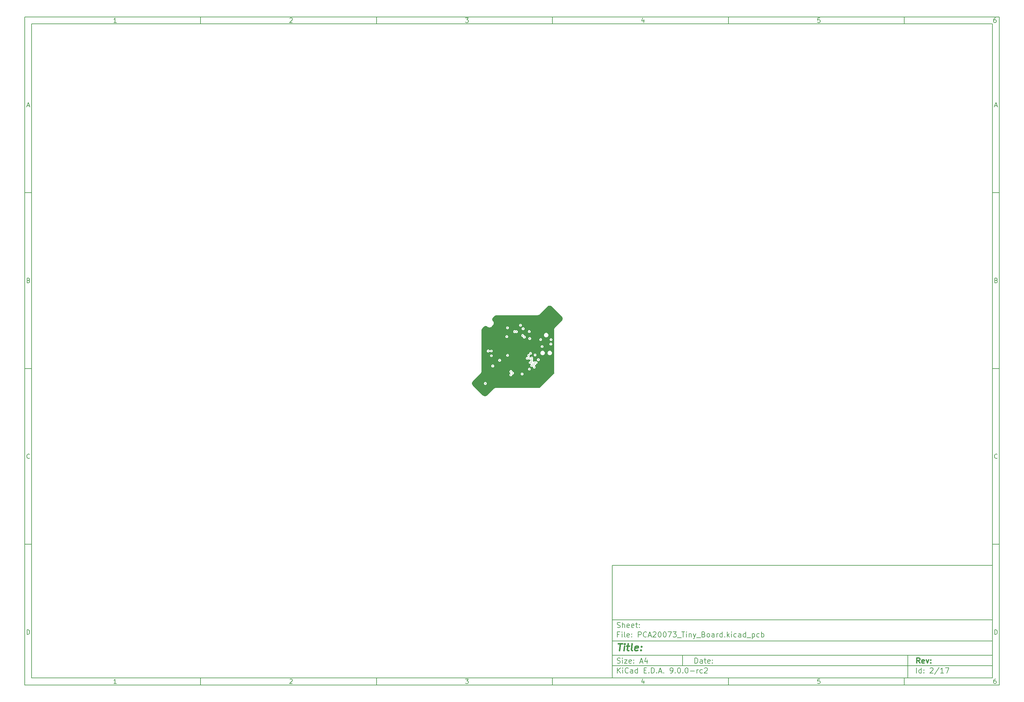
<source format=gbr>
G04 #@! TF.GenerationSoftware,KiCad,Pcbnew,9.0.0-rc2-3baa6cd791~182~ubuntu24.04.1*
G04 #@! TF.CreationDate,2025-02-06T23:09:26-05:00*
G04 #@! TF.ProjectId,PCA20073_Tiny_Board,50434132-3030-4373-935f-54696e795f42,rev?*
G04 #@! TF.SameCoordinates,PX82a22f1PY713a4f2*
G04 #@! TF.FileFunction,Copper,L2,Inr*
G04 #@! TF.FilePolarity,Positive*
%FSLAX46Y46*%
G04 Gerber Fmt 4.6, Leading zero omitted, Abs format (unit mm)*
G04 Created by KiCad (PCBNEW 9.0.0-rc2-3baa6cd791~182~ubuntu24.04.1) date 2025-02-06 23:09:26*
%MOMM*%
%LPD*%
G01*
G04 APERTURE LIST*
%ADD10C,0.100000*%
%ADD11C,0.150000*%
%ADD12C,0.300000*%
%ADD13C,0.400000*%
G04 #@! TA.AperFunction,ViaPad*
%ADD14C,0.300000*%
G04 #@! TD*
G04 #@! TA.AperFunction,ViaPad*
%ADD15C,0.250000*%
G04 #@! TD*
G04 #@! TA.AperFunction,ViaPad*
%ADD16C,0.600000*%
G04 #@! TD*
G04 APERTURE END LIST*
D10*
D11*
X40023015Y-47279278D02*
X148023015Y-47279278D01*
X148023015Y-79279278D01*
X40023015Y-79279278D01*
X40023015Y-47279278D01*
D10*
D11*
X-126979185Y108727922D02*
X150023015Y108727922D01*
X150023015Y-81279278D01*
X-126979185Y-81279278D01*
X-126979185Y108727922D01*
D10*
D11*
X-124979185Y106727922D02*
X148023015Y106727922D01*
X148023015Y-79279278D01*
X-124979185Y-79279278D01*
X-124979185Y106727922D01*
D10*
D11*
X-76979185Y106727922D02*
X-76979185Y108727922D01*
D10*
D11*
X-26979185Y106727922D02*
X-26979185Y108727922D01*
D10*
D11*
X23020815Y106727922D02*
X23020815Y108727922D01*
D10*
D11*
X73020815Y106727922D02*
X73020815Y108727922D01*
D10*
D11*
X123020815Y106727922D02*
X123020815Y108727922D01*
D10*
D11*
X-100890025Y107134318D02*
X-101632882Y107134318D01*
X-101261454Y107134318D02*
X-101261454Y108434318D01*
X-101261454Y108434318D02*
X-101385263Y108248603D01*
X-101385263Y108248603D02*
X-101509073Y108124794D01*
X-101509073Y108124794D02*
X-101632882Y108062889D01*
D10*
D11*
X-51632882Y108310508D02*
X-51570978Y108372413D01*
X-51570978Y108372413D02*
X-51447168Y108434318D01*
X-51447168Y108434318D02*
X-51137644Y108434318D01*
X-51137644Y108434318D02*
X-51013835Y108372413D01*
X-51013835Y108372413D02*
X-50951930Y108310508D01*
X-50951930Y108310508D02*
X-50890025Y108186699D01*
X-50890025Y108186699D02*
X-50890025Y108062889D01*
X-50890025Y108062889D02*
X-50951930Y107877175D01*
X-50951930Y107877175D02*
X-51694787Y107134318D01*
X-51694787Y107134318D02*
X-50890025Y107134318D01*
D10*
D11*
X-1694787Y108434318D02*
X-890025Y108434318D01*
X-890025Y108434318D02*
X-1323359Y107939080D01*
X-1323359Y107939080D02*
X-1137644Y107939080D01*
X-1137644Y107939080D02*
X-1013835Y107877175D01*
X-1013835Y107877175D02*
X-951930Y107815270D01*
X-951930Y107815270D02*
X-890025Y107691461D01*
X-890025Y107691461D02*
X-890025Y107381937D01*
X-890025Y107381937D02*
X-951930Y107258127D01*
X-951930Y107258127D02*
X-1013835Y107196222D01*
X-1013835Y107196222D02*
X-1137644Y107134318D01*
X-1137644Y107134318D02*
X-1509073Y107134318D01*
X-1509073Y107134318D02*
X-1632882Y107196222D01*
X-1632882Y107196222D02*
X-1694787Y107258127D01*
D10*
D11*
X48986165Y108000984D02*
X48986165Y107134318D01*
X48676641Y108496222D02*
X48367118Y107567651D01*
X48367118Y107567651D02*
X49171879Y107567651D01*
D10*
D11*
X99048070Y108434318D02*
X98429022Y108434318D01*
X98429022Y108434318D02*
X98367118Y107815270D01*
X98367118Y107815270D02*
X98429022Y107877175D01*
X98429022Y107877175D02*
X98552832Y107939080D01*
X98552832Y107939080D02*
X98862356Y107939080D01*
X98862356Y107939080D02*
X98986165Y107877175D01*
X98986165Y107877175D02*
X99048070Y107815270D01*
X99048070Y107815270D02*
X99109975Y107691461D01*
X99109975Y107691461D02*
X99109975Y107381937D01*
X99109975Y107381937D02*
X99048070Y107258127D01*
X99048070Y107258127D02*
X98986165Y107196222D01*
X98986165Y107196222D02*
X98862356Y107134318D01*
X98862356Y107134318D02*
X98552832Y107134318D01*
X98552832Y107134318D02*
X98429022Y107196222D01*
X98429022Y107196222D02*
X98367118Y107258127D01*
D10*
D11*
X148986165Y108434318D02*
X148738546Y108434318D01*
X148738546Y108434318D02*
X148614737Y108372413D01*
X148614737Y108372413D02*
X148552832Y108310508D01*
X148552832Y108310508D02*
X148429022Y108124794D01*
X148429022Y108124794D02*
X148367118Y107877175D01*
X148367118Y107877175D02*
X148367118Y107381937D01*
X148367118Y107381937D02*
X148429022Y107258127D01*
X148429022Y107258127D02*
X148490927Y107196222D01*
X148490927Y107196222D02*
X148614737Y107134318D01*
X148614737Y107134318D02*
X148862356Y107134318D01*
X148862356Y107134318D02*
X148986165Y107196222D01*
X148986165Y107196222D02*
X149048070Y107258127D01*
X149048070Y107258127D02*
X149109975Y107381937D01*
X149109975Y107381937D02*
X149109975Y107691461D01*
X149109975Y107691461D02*
X149048070Y107815270D01*
X149048070Y107815270D02*
X148986165Y107877175D01*
X148986165Y107877175D02*
X148862356Y107939080D01*
X148862356Y107939080D02*
X148614737Y107939080D01*
X148614737Y107939080D02*
X148490927Y107877175D01*
X148490927Y107877175D02*
X148429022Y107815270D01*
X148429022Y107815270D02*
X148367118Y107691461D01*
D10*
D11*
X-76979185Y-79279278D02*
X-76979185Y-81279278D01*
D10*
D11*
X-26979185Y-79279278D02*
X-26979185Y-81279278D01*
D10*
D11*
X23020815Y-79279278D02*
X23020815Y-81279278D01*
D10*
D11*
X73020815Y-79279278D02*
X73020815Y-81279278D01*
D10*
D11*
X123020815Y-79279278D02*
X123020815Y-81279278D01*
D10*
D11*
X-100890025Y-80872882D02*
X-101632882Y-80872882D01*
X-101261454Y-80872882D02*
X-101261454Y-79572882D01*
X-101261454Y-79572882D02*
X-101385263Y-79758597D01*
X-101385263Y-79758597D02*
X-101509073Y-79882406D01*
X-101509073Y-79882406D02*
X-101632882Y-79944311D01*
D10*
D11*
X-51632882Y-79696692D02*
X-51570978Y-79634787D01*
X-51570978Y-79634787D02*
X-51447168Y-79572882D01*
X-51447168Y-79572882D02*
X-51137644Y-79572882D01*
X-51137644Y-79572882D02*
X-51013835Y-79634787D01*
X-51013835Y-79634787D02*
X-50951930Y-79696692D01*
X-50951930Y-79696692D02*
X-50890025Y-79820501D01*
X-50890025Y-79820501D02*
X-50890025Y-79944311D01*
X-50890025Y-79944311D02*
X-50951930Y-80130025D01*
X-50951930Y-80130025D02*
X-51694787Y-80872882D01*
X-51694787Y-80872882D02*
X-50890025Y-80872882D01*
D10*
D11*
X-1694787Y-79572882D02*
X-890025Y-79572882D01*
X-890025Y-79572882D02*
X-1323359Y-80068120D01*
X-1323359Y-80068120D02*
X-1137644Y-80068120D01*
X-1137644Y-80068120D02*
X-1013835Y-80130025D01*
X-1013835Y-80130025D02*
X-951930Y-80191930D01*
X-951930Y-80191930D02*
X-890025Y-80315739D01*
X-890025Y-80315739D02*
X-890025Y-80625263D01*
X-890025Y-80625263D02*
X-951930Y-80749073D01*
X-951930Y-80749073D02*
X-1013835Y-80810978D01*
X-1013835Y-80810978D02*
X-1137644Y-80872882D01*
X-1137644Y-80872882D02*
X-1509073Y-80872882D01*
X-1509073Y-80872882D02*
X-1632882Y-80810978D01*
X-1632882Y-80810978D02*
X-1694787Y-80749073D01*
D10*
D11*
X48986165Y-80006216D02*
X48986165Y-80872882D01*
X48676641Y-79510978D02*
X48367118Y-80439549D01*
X48367118Y-80439549D02*
X49171879Y-80439549D01*
D10*
D11*
X99048070Y-79572882D02*
X98429022Y-79572882D01*
X98429022Y-79572882D02*
X98367118Y-80191930D01*
X98367118Y-80191930D02*
X98429022Y-80130025D01*
X98429022Y-80130025D02*
X98552832Y-80068120D01*
X98552832Y-80068120D02*
X98862356Y-80068120D01*
X98862356Y-80068120D02*
X98986165Y-80130025D01*
X98986165Y-80130025D02*
X99048070Y-80191930D01*
X99048070Y-80191930D02*
X99109975Y-80315739D01*
X99109975Y-80315739D02*
X99109975Y-80625263D01*
X99109975Y-80625263D02*
X99048070Y-80749073D01*
X99048070Y-80749073D02*
X98986165Y-80810978D01*
X98986165Y-80810978D02*
X98862356Y-80872882D01*
X98862356Y-80872882D02*
X98552832Y-80872882D01*
X98552832Y-80872882D02*
X98429022Y-80810978D01*
X98429022Y-80810978D02*
X98367118Y-80749073D01*
D10*
D11*
X148986165Y-79572882D02*
X148738546Y-79572882D01*
X148738546Y-79572882D02*
X148614737Y-79634787D01*
X148614737Y-79634787D02*
X148552832Y-79696692D01*
X148552832Y-79696692D02*
X148429022Y-79882406D01*
X148429022Y-79882406D02*
X148367118Y-80130025D01*
X148367118Y-80130025D02*
X148367118Y-80625263D01*
X148367118Y-80625263D02*
X148429022Y-80749073D01*
X148429022Y-80749073D02*
X148490927Y-80810978D01*
X148490927Y-80810978D02*
X148614737Y-80872882D01*
X148614737Y-80872882D02*
X148862356Y-80872882D01*
X148862356Y-80872882D02*
X148986165Y-80810978D01*
X148986165Y-80810978D02*
X149048070Y-80749073D01*
X149048070Y-80749073D02*
X149109975Y-80625263D01*
X149109975Y-80625263D02*
X149109975Y-80315739D01*
X149109975Y-80315739D02*
X149048070Y-80191930D01*
X149048070Y-80191930D02*
X148986165Y-80130025D01*
X148986165Y-80130025D02*
X148862356Y-80068120D01*
X148862356Y-80068120D02*
X148614737Y-80068120D01*
X148614737Y-80068120D02*
X148490927Y-80130025D01*
X148490927Y-80130025D02*
X148429022Y-80191930D01*
X148429022Y-80191930D02*
X148367118Y-80315739D01*
D10*
D11*
X-126979185Y58727922D02*
X-124979185Y58727922D01*
D10*
D11*
X-126979185Y8727922D02*
X-124979185Y8727922D01*
D10*
D11*
X-126979185Y-41272078D02*
X-124979185Y-41272078D01*
D10*
D11*
X-126288709Y83505746D02*
X-125669662Y83505746D01*
X-126412519Y83134318D02*
X-125979186Y84434318D01*
X-125979186Y84434318D02*
X-125545852Y83134318D01*
D10*
D11*
X-125886328Y33815270D02*
X-125700614Y33753365D01*
X-125700614Y33753365D02*
X-125638709Y33691461D01*
X-125638709Y33691461D02*
X-125576805Y33567651D01*
X-125576805Y33567651D02*
X-125576805Y33381937D01*
X-125576805Y33381937D02*
X-125638709Y33258127D01*
X-125638709Y33258127D02*
X-125700614Y33196222D01*
X-125700614Y33196222D02*
X-125824424Y33134318D01*
X-125824424Y33134318D02*
X-126319662Y33134318D01*
X-126319662Y33134318D02*
X-126319662Y34434318D01*
X-126319662Y34434318D02*
X-125886328Y34434318D01*
X-125886328Y34434318D02*
X-125762519Y34372413D01*
X-125762519Y34372413D02*
X-125700614Y34310508D01*
X-125700614Y34310508D02*
X-125638709Y34186699D01*
X-125638709Y34186699D02*
X-125638709Y34062889D01*
X-125638709Y34062889D02*
X-125700614Y33939080D01*
X-125700614Y33939080D02*
X-125762519Y33877175D01*
X-125762519Y33877175D02*
X-125886328Y33815270D01*
X-125886328Y33815270D02*
X-126319662Y33815270D01*
D10*
D11*
X-125576805Y-16741873D02*
X-125638709Y-16803778D01*
X-125638709Y-16803778D02*
X-125824424Y-16865682D01*
X-125824424Y-16865682D02*
X-125948233Y-16865682D01*
X-125948233Y-16865682D02*
X-126133947Y-16803778D01*
X-126133947Y-16803778D02*
X-126257757Y-16679968D01*
X-126257757Y-16679968D02*
X-126319662Y-16556158D01*
X-126319662Y-16556158D02*
X-126381566Y-16308539D01*
X-126381566Y-16308539D02*
X-126381566Y-16122825D01*
X-126381566Y-16122825D02*
X-126319662Y-15875206D01*
X-126319662Y-15875206D02*
X-126257757Y-15751397D01*
X-126257757Y-15751397D02*
X-126133947Y-15627587D01*
X-126133947Y-15627587D02*
X-125948233Y-15565682D01*
X-125948233Y-15565682D02*
X-125824424Y-15565682D01*
X-125824424Y-15565682D02*
X-125638709Y-15627587D01*
X-125638709Y-15627587D02*
X-125576805Y-15689492D01*
D10*
D11*
X-126319662Y-66865682D02*
X-126319662Y-65565682D01*
X-126319662Y-65565682D02*
X-126010138Y-65565682D01*
X-126010138Y-65565682D02*
X-125824424Y-65627587D01*
X-125824424Y-65627587D02*
X-125700614Y-65751397D01*
X-125700614Y-65751397D02*
X-125638709Y-65875206D01*
X-125638709Y-65875206D02*
X-125576805Y-66122825D01*
X-125576805Y-66122825D02*
X-125576805Y-66308539D01*
X-125576805Y-66308539D02*
X-125638709Y-66556158D01*
X-125638709Y-66556158D02*
X-125700614Y-66679968D01*
X-125700614Y-66679968D02*
X-125824424Y-66803778D01*
X-125824424Y-66803778D02*
X-126010138Y-66865682D01*
X-126010138Y-66865682D02*
X-126319662Y-66865682D01*
D10*
D11*
X150023015Y58727922D02*
X148023015Y58727922D01*
D10*
D11*
X150023015Y8727922D02*
X148023015Y8727922D01*
D10*
D11*
X150023015Y-41272078D02*
X148023015Y-41272078D01*
D10*
D11*
X148713491Y83505746D02*
X149332538Y83505746D01*
X148589681Y83134318D02*
X149023014Y84434318D01*
X149023014Y84434318D02*
X149456348Y83134318D01*
D10*
D11*
X149115872Y33815270D02*
X149301586Y33753365D01*
X149301586Y33753365D02*
X149363491Y33691461D01*
X149363491Y33691461D02*
X149425395Y33567651D01*
X149425395Y33567651D02*
X149425395Y33381937D01*
X149425395Y33381937D02*
X149363491Y33258127D01*
X149363491Y33258127D02*
X149301586Y33196222D01*
X149301586Y33196222D02*
X149177776Y33134318D01*
X149177776Y33134318D02*
X148682538Y33134318D01*
X148682538Y33134318D02*
X148682538Y34434318D01*
X148682538Y34434318D02*
X149115872Y34434318D01*
X149115872Y34434318D02*
X149239681Y34372413D01*
X149239681Y34372413D02*
X149301586Y34310508D01*
X149301586Y34310508D02*
X149363491Y34186699D01*
X149363491Y34186699D02*
X149363491Y34062889D01*
X149363491Y34062889D02*
X149301586Y33939080D01*
X149301586Y33939080D02*
X149239681Y33877175D01*
X149239681Y33877175D02*
X149115872Y33815270D01*
X149115872Y33815270D02*
X148682538Y33815270D01*
D10*
D11*
X149425395Y-16741873D02*
X149363491Y-16803778D01*
X149363491Y-16803778D02*
X149177776Y-16865682D01*
X149177776Y-16865682D02*
X149053967Y-16865682D01*
X149053967Y-16865682D02*
X148868253Y-16803778D01*
X148868253Y-16803778D02*
X148744443Y-16679968D01*
X148744443Y-16679968D02*
X148682538Y-16556158D01*
X148682538Y-16556158D02*
X148620634Y-16308539D01*
X148620634Y-16308539D02*
X148620634Y-16122825D01*
X148620634Y-16122825D02*
X148682538Y-15875206D01*
X148682538Y-15875206D02*
X148744443Y-15751397D01*
X148744443Y-15751397D02*
X148868253Y-15627587D01*
X148868253Y-15627587D02*
X149053967Y-15565682D01*
X149053967Y-15565682D02*
X149177776Y-15565682D01*
X149177776Y-15565682D02*
X149363491Y-15627587D01*
X149363491Y-15627587D02*
X149425395Y-15689492D01*
D10*
D11*
X148682538Y-66865682D02*
X148682538Y-65565682D01*
X148682538Y-65565682D02*
X148992062Y-65565682D01*
X148992062Y-65565682D02*
X149177776Y-65627587D01*
X149177776Y-65627587D02*
X149301586Y-65751397D01*
X149301586Y-65751397D02*
X149363491Y-65875206D01*
X149363491Y-65875206D02*
X149425395Y-66122825D01*
X149425395Y-66122825D02*
X149425395Y-66308539D01*
X149425395Y-66308539D02*
X149363491Y-66556158D01*
X149363491Y-66556158D02*
X149301586Y-66679968D01*
X149301586Y-66679968D02*
X149177776Y-66803778D01*
X149177776Y-66803778D02*
X148992062Y-66865682D01*
X148992062Y-66865682D02*
X148682538Y-66865682D01*
D10*
D11*
X63478841Y-75065406D02*
X63478841Y-73565406D01*
X63478841Y-73565406D02*
X63835984Y-73565406D01*
X63835984Y-73565406D02*
X64050270Y-73636835D01*
X64050270Y-73636835D02*
X64193127Y-73779692D01*
X64193127Y-73779692D02*
X64264556Y-73922549D01*
X64264556Y-73922549D02*
X64335984Y-74208263D01*
X64335984Y-74208263D02*
X64335984Y-74422549D01*
X64335984Y-74422549D02*
X64264556Y-74708263D01*
X64264556Y-74708263D02*
X64193127Y-74851120D01*
X64193127Y-74851120D02*
X64050270Y-74993978D01*
X64050270Y-74993978D02*
X63835984Y-75065406D01*
X63835984Y-75065406D02*
X63478841Y-75065406D01*
X65621699Y-75065406D02*
X65621699Y-74279692D01*
X65621699Y-74279692D02*
X65550270Y-74136835D01*
X65550270Y-74136835D02*
X65407413Y-74065406D01*
X65407413Y-74065406D02*
X65121699Y-74065406D01*
X65121699Y-74065406D02*
X64978841Y-74136835D01*
X65621699Y-74993978D02*
X65478841Y-75065406D01*
X65478841Y-75065406D02*
X65121699Y-75065406D01*
X65121699Y-75065406D02*
X64978841Y-74993978D01*
X64978841Y-74993978D02*
X64907413Y-74851120D01*
X64907413Y-74851120D02*
X64907413Y-74708263D01*
X64907413Y-74708263D02*
X64978841Y-74565406D01*
X64978841Y-74565406D02*
X65121699Y-74493978D01*
X65121699Y-74493978D02*
X65478841Y-74493978D01*
X65478841Y-74493978D02*
X65621699Y-74422549D01*
X66121699Y-74065406D02*
X66693127Y-74065406D01*
X66335984Y-73565406D02*
X66335984Y-74851120D01*
X66335984Y-74851120D02*
X66407413Y-74993978D01*
X66407413Y-74993978D02*
X66550270Y-75065406D01*
X66550270Y-75065406D02*
X66693127Y-75065406D01*
X67764556Y-74993978D02*
X67621699Y-75065406D01*
X67621699Y-75065406D02*
X67335985Y-75065406D01*
X67335985Y-75065406D02*
X67193127Y-74993978D01*
X67193127Y-74993978D02*
X67121699Y-74851120D01*
X67121699Y-74851120D02*
X67121699Y-74279692D01*
X67121699Y-74279692D02*
X67193127Y-74136835D01*
X67193127Y-74136835D02*
X67335985Y-74065406D01*
X67335985Y-74065406D02*
X67621699Y-74065406D01*
X67621699Y-74065406D02*
X67764556Y-74136835D01*
X67764556Y-74136835D02*
X67835985Y-74279692D01*
X67835985Y-74279692D02*
X67835985Y-74422549D01*
X67835985Y-74422549D02*
X67121699Y-74565406D01*
X68478841Y-74922549D02*
X68550270Y-74993978D01*
X68550270Y-74993978D02*
X68478841Y-75065406D01*
X68478841Y-75065406D02*
X68407413Y-74993978D01*
X68407413Y-74993978D02*
X68478841Y-74922549D01*
X68478841Y-74922549D02*
X68478841Y-75065406D01*
X68478841Y-74136835D02*
X68550270Y-74208263D01*
X68550270Y-74208263D02*
X68478841Y-74279692D01*
X68478841Y-74279692D02*
X68407413Y-74208263D01*
X68407413Y-74208263D02*
X68478841Y-74136835D01*
X68478841Y-74136835D02*
X68478841Y-74279692D01*
D10*
D11*
X40023015Y-75779278D02*
X148023015Y-75779278D01*
D10*
D11*
X41478841Y-77865406D02*
X41478841Y-76365406D01*
X42335984Y-77865406D02*
X41693127Y-77008263D01*
X42335984Y-76365406D02*
X41478841Y-77222549D01*
X42978841Y-77865406D02*
X42978841Y-76865406D01*
X42978841Y-76365406D02*
X42907413Y-76436835D01*
X42907413Y-76436835D02*
X42978841Y-76508263D01*
X42978841Y-76508263D02*
X43050270Y-76436835D01*
X43050270Y-76436835D02*
X42978841Y-76365406D01*
X42978841Y-76365406D02*
X42978841Y-76508263D01*
X44550270Y-77722549D02*
X44478842Y-77793978D01*
X44478842Y-77793978D02*
X44264556Y-77865406D01*
X44264556Y-77865406D02*
X44121699Y-77865406D01*
X44121699Y-77865406D02*
X43907413Y-77793978D01*
X43907413Y-77793978D02*
X43764556Y-77651120D01*
X43764556Y-77651120D02*
X43693127Y-77508263D01*
X43693127Y-77508263D02*
X43621699Y-77222549D01*
X43621699Y-77222549D02*
X43621699Y-77008263D01*
X43621699Y-77008263D02*
X43693127Y-76722549D01*
X43693127Y-76722549D02*
X43764556Y-76579692D01*
X43764556Y-76579692D02*
X43907413Y-76436835D01*
X43907413Y-76436835D02*
X44121699Y-76365406D01*
X44121699Y-76365406D02*
X44264556Y-76365406D01*
X44264556Y-76365406D02*
X44478842Y-76436835D01*
X44478842Y-76436835D02*
X44550270Y-76508263D01*
X45835985Y-77865406D02*
X45835985Y-77079692D01*
X45835985Y-77079692D02*
X45764556Y-76936835D01*
X45764556Y-76936835D02*
X45621699Y-76865406D01*
X45621699Y-76865406D02*
X45335985Y-76865406D01*
X45335985Y-76865406D02*
X45193127Y-76936835D01*
X45835985Y-77793978D02*
X45693127Y-77865406D01*
X45693127Y-77865406D02*
X45335985Y-77865406D01*
X45335985Y-77865406D02*
X45193127Y-77793978D01*
X45193127Y-77793978D02*
X45121699Y-77651120D01*
X45121699Y-77651120D02*
X45121699Y-77508263D01*
X45121699Y-77508263D02*
X45193127Y-77365406D01*
X45193127Y-77365406D02*
X45335985Y-77293978D01*
X45335985Y-77293978D02*
X45693127Y-77293978D01*
X45693127Y-77293978D02*
X45835985Y-77222549D01*
X47193128Y-77865406D02*
X47193128Y-76365406D01*
X47193128Y-77793978D02*
X47050270Y-77865406D01*
X47050270Y-77865406D02*
X46764556Y-77865406D01*
X46764556Y-77865406D02*
X46621699Y-77793978D01*
X46621699Y-77793978D02*
X46550270Y-77722549D01*
X46550270Y-77722549D02*
X46478842Y-77579692D01*
X46478842Y-77579692D02*
X46478842Y-77151120D01*
X46478842Y-77151120D02*
X46550270Y-77008263D01*
X46550270Y-77008263D02*
X46621699Y-76936835D01*
X46621699Y-76936835D02*
X46764556Y-76865406D01*
X46764556Y-76865406D02*
X47050270Y-76865406D01*
X47050270Y-76865406D02*
X47193128Y-76936835D01*
X49050270Y-77079692D02*
X49550270Y-77079692D01*
X49764556Y-77865406D02*
X49050270Y-77865406D01*
X49050270Y-77865406D02*
X49050270Y-76365406D01*
X49050270Y-76365406D02*
X49764556Y-76365406D01*
X50407413Y-77722549D02*
X50478842Y-77793978D01*
X50478842Y-77793978D02*
X50407413Y-77865406D01*
X50407413Y-77865406D02*
X50335985Y-77793978D01*
X50335985Y-77793978D02*
X50407413Y-77722549D01*
X50407413Y-77722549D02*
X50407413Y-77865406D01*
X51121699Y-77865406D02*
X51121699Y-76365406D01*
X51121699Y-76365406D02*
X51478842Y-76365406D01*
X51478842Y-76365406D02*
X51693128Y-76436835D01*
X51693128Y-76436835D02*
X51835985Y-76579692D01*
X51835985Y-76579692D02*
X51907414Y-76722549D01*
X51907414Y-76722549D02*
X51978842Y-77008263D01*
X51978842Y-77008263D02*
X51978842Y-77222549D01*
X51978842Y-77222549D02*
X51907414Y-77508263D01*
X51907414Y-77508263D02*
X51835985Y-77651120D01*
X51835985Y-77651120D02*
X51693128Y-77793978D01*
X51693128Y-77793978D02*
X51478842Y-77865406D01*
X51478842Y-77865406D02*
X51121699Y-77865406D01*
X52621699Y-77722549D02*
X52693128Y-77793978D01*
X52693128Y-77793978D02*
X52621699Y-77865406D01*
X52621699Y-77865406D02*
X52550271Y-77793978D01*
X52550271Y-77793978D02*
X52621699Y-77722549D01*
X52621699Y-77722549D02*
X52621699Y-77865406D01*
X53264557Y-77436835D02*
X53978843Y-77436835D01*
X53121700Y-77865406D02*
X53621700Y-76365406D01*
X53621700Y-76365406D02*
X54121700Y-77865406D01*
X54621699Y-77722549D02*
X54693128Y-77793978D01*
X54693128Y-77793978D02*
X54621699Y-77865406D01*
X54621699Y-77865406D02*
X54550271Y-77793978D01*
X54550271Y-77793978D02*
X54621699Y-77722549D01*
X54621699Y-77722549D02*
X54621699Y-77865406D01*
X56550271Y-77865406D02*
X56835985Y-77865406D01*
X56835985Y-77865406D02*
X56978842Y-77793978D01*
X56978842Y-77793978D02*
X57050271Y-77722549D01*
X57050271Y-77722549D02*
X57193128Y-77508263D01*
X57193128Y-77508263D02*
X57264557Y-77222549D01*
X57264557Y-77222549D02*
X57264557Y-76651120D01*
X57264557Y-76651120D02*
X57193128Y-76508263D01*
X57193128Y-76508263D02*
X57121700Y-76436835D01*
X57121700Y-76436835D02*
X56978842Y-76365406D01*
X56978842Y-76365406D02*
X56693128Y-76365406D01*
X56693128Y-76365406D02*
X56550271Y-76436835D01*
X56550271Y-76436835D02*
X56478842Y-76508263D01*
X56478842Y-76508263D02*
X56407414Y-76651120D01*
X56407414Y-76651120D02*
X56407414Y-77008263D01*
X56407414Y-77008263D02*
X56478842Y-77151120D01*
X56478842Y-77151120D02*
X56550271Y-77222549D01*
X56550271Y-77222549D02*
X56693128Y-77293978D01*
X56693128Y-77293978D02*
X56978842Y-77293978D01*
X56978842Y-77293978D02*
X57121700Y-77222549D01*
X57121700Y-77222549D02*
X57193128Y-77151120D01*
X57193128Y-77151120D02*
X57264557Y-77008263D01*
X57907413Y-77722549D02*
X57978842Y-77793978D01*
X57978842Y-77793978D02*
X57907413Y-77865406D01*
X57907413Y-77865406D02*
X57835985Y-77793978D01*
X57835985Y-77793978D02*
X57907413Y-77722549D01*
X57907413Y-77722549D02*
X57907413Y-77865406D01*
X58907414Y-76365406D02*
X59050271Y-76365406D01*
X59050271Y-76365406D02*
X59193128Y-76436835D01*
X59193128Y-76436835D02*
X59264557Y-76508263D01*
X59264557Y-76508263D02*
X59335985Y-76651120D01*
X59335985Y-76651120D02*
X59407414Y-76936835D01*
X59407414Y-76936835D02*
X59407414Y-77293978D01*
X59407414Y-77293978D02*
X59335985Y-77579692D01*
X59335985Y-77579692D02*
X59264557Y-77722549D01*
X59264557Y-77722549D02*
X59193128Y-77793978D01*
X59193128Y-77793978D02*
X59050271Y-77865406D01*
X59050271Y-77865406D02*
X58907414Y-77865406D01*
X58907414Y-77865406D02*
X58764557Y-77793978D01*
X58764557Y-77793978D02*
X58693128Y-77722549D01*
X58693128Y-77722549D02*
X58621699Y-77579692D01*
X58621699Y-77579692D02*
X58550271Y-77293978D01*
X58550271Y-77293978D02*
X58550271Y-76936835D01*
X58550271Y-76936835D02*
X58621699Y-76651120D01*
X58621699Y-76651120D02*
X58693128Y-76508263D01*
X58693128Y-76508263D02*
X58764557Y-76436835D01*
X58764557Y-76436835D02*
X58907414Y-76365406D01*
X60050270Y-77722549D02*
X60121699Y-77793978D01*
X60121699Y-77793978D02*
X60050270Y-77865406D01*
X60050270Y-77865406D02*
X59978842Y-77793978D01*
X59978842Y-77793978D02*
X60050270Y-77722549D01*
X60050270Y-77722549D02*
X60050270Y-77865406D01*
X61050271Y-76365406D02*
X61193128Y-76365406D01*
X61193128Y-76365406D02*
X61335985Y-76436835D01*
X61335985Y-76436835D02*
X61407414Y-76508263D01*
X61407414Y-76508263D02*
X61478842Y-76651120D01*
X61478842Y-76651120D02*
X61550271Y-76936835D01*
X61550271Y-76936835D02*
X61550271Y-77293978D01*
X61550271Y-77293978D02*
X61478842Y-77579692D01*
X61478842Y-77579692D02*
X61407414Y-77722549D01*
X61407414Y-77722549D02*
X61335985Y-77793978D01*
X61335985Y-77793978D02*
X61193128Y-77865406D01*
X61193128Y-77865406D02*
X61050271Y-77865406D01*
X61050271Y-77865406D02*
X60907414Y-77793978D01*
X60907414Y-77793978D02*
X60835985Y-77722549D01*
X60835985Y-77722549D02*
X60764556Y-77579692D01*
X60764556Y-77579692D02*
X60693128Y-77293978D01*
X60693128Y-77293978D02*
X60693128Y-76936835D01*
X60693128Y-76936835D02*
X60764556Y-76651120D01*
X60764556Y-76651120D02*
X60835985Y-76508263D01*
X60835985Y-76508263D02*
X60907414Y-76436835D01*
X60907414Y-76436835D02*
X61050271Y-76365406D01*
X62193127Y-77293978D02*
X63335985Y-77293978D01*
X64050270Y-77865406D02*
X64050270Y-76865406D01*
X64050270Y-77151120D02*
X64121699Y-77008263D01*
X64121699Y-77008263D02*
X64193128Y-76936835D01*
X64193128Y-76936835D02*
X64335985Y-76865406D01*
X64335985Y-76865406D02*
X64478842Y-76865406D01*
X65621699Y-77793978D02*
X65478841Y-77865406D01*
X65478841Y-77865406D02*
X65193127Y-77865406D01*
X65193127Y-77865406D02*
X65050270Y-77793978D01*
X65050270Y-77793978D02*
X64978841Y-77722549D01*
X64978841Y-77722549D02*
X64907413Y-77579692D01*
X64907413Y-77579692D02*
X64907413Y-77151120D01*
X64907413Y-77151120D02*
X64978841Y-77008263D01*
X64978841Y-77008263D02*
X65050270Y-76936835D01*
X65050270Y-76936835D02*
X65193127Y-76865406D01*
X65193127Y-76865406D02*
X65478841Y-76865406D01*
X65478841Y-76865406D02*
X65621699Y-76936835D01*
X66193127Y-76508263D02*
X66264555Y-76436835D01*
X66264555Y-76436835D02*
X66407413Y-76365406D01*
X66407413Y-76365406D02*
X66764555Y-76365406D01*
X66764555Y-76365406D02*
X66907413Y-76436835D01*
X66907413Y-76436835D02*
X66978841Y-76508263D01*
X66978841Y-76508263D02*
X67050270Y-76651120D01*
X67050270Y-76651120D02*
X67050270Y-76793978D01*
X67050270Y-76793978D02*
X66978841Y-77008263D01*
X66978841Y-77008263D02*
X66121698Y-77865406D01*
X66121698Y-77865406D02*
X67050270Y-77865406D01*
D10*
D11*
X40023015Y-72779278D02*
X148023015Y-72779278D01*
D10*
D12*
X127434668Y-75057606D02*
X126934668Y-74343320D01*
X126577525Y-75057606D02*
X126577525Y-73557606D01*
X126577525Y-73557606D02*
X127148954Y-73557606D01*
X127148954Y-73557606D02*
X127291811Y-73629035D01*
X127291811Y-73629035D02*
X127363240Y-73700463D01*
X127363240Y-73700463D02*
X127434668Y-73843320D01*
X127434668Y-73843320D02*
X127434668Y-74057606D01*
X127434668Y-74057606D02*
X127363240Y-74200463D01*
X127363240Y-74200463D02*
X127291811Y-74271892D01*
X127291811Y-74271892D02*
X127148954Y-74343320D01*
X127148954Y-74343320D02*
X126577525Y-74343320D01*
X128648954Y-74986178D02*
X128506097Y-75057606D01*
X128506097Y-75057606D02*
X128220383Y-75057606D01*
X128220383Y-75057606D02*
X128077525Y-74986178D01*
X128077525Y-74986178D02*
X128006097Y-74843320D01*
X128006097Y-74843320D02*
X128006097Y-74271892D01*
X128006097Y-74271892D02*
X128077525Y-74129035D01*
X128077525Y-74129035D02*
X128220383Y-74057606D01*
X128220383Y-74057606D02*
X128506097Y-74057606D01*
X128506097Y-74057606D02*
X128648954Y-74129035D01*
X128648954Y-74129035D02*
X128720383Y-74271892D01*
X128720383Y-74271892D02*
X128720383Y-74414749D01*
X128720383Y-74414749D02*
X128006097Y-74557606D01*
X129220382Y-74057606D02*
X129577525Y-75057606D01*
X129577525Y-75057606D02*
X129934668Y-74057606D01*
X130506096Y-74914749D02*
X130577525Y-74986178D01*
X130577525Y-74986178D02*
X130506096Y-75057606D01*
X130506096Y-75057606D02*
X130434668Y-74986178D01*
X130434668Y-74986178D02*
X130506096Y-74914749D01*
X130506096Y-74914749D02*
X130506096Y-75057606D01*
X130506096Y-74129035D02*
X130577525Y-74200463D01*
X130577525Y-74200463D02*
X130506096Y-74271892D01*
X130506096Y-74271892D02*
X130434668Y-74200463D01*
X130434668Y-74200463D02*
X130506096Y-74129035D01*
X130506096Y-74129035D02*
X130506096Y-74271892D01*
D10*
D11*
X41407413Y-74993978D02*
X41621699Y-75065406D01*
X41621699Y-75065406D02*
X41978841Y-75065406D01*
X41978841Y-75065406D02*
X42121699Y-74993978D01*
X42121699Y-74993978D02*
X42193127Y-74922549D01*
X42193127Y-74922549D02*
X42264556Y-74779692D01*
X42264556Y-74779692D02*
X42264556Y-74636835D01*
X42264556Y-74636835D02*
X42193127Y-74493978D01*
X42193127Y-74493978D02*
X42121699Y-74422549D01*
X42121699Y-74422549D02*
X41978841Y-74351120D01*
X41978841Y-74351120D02*
X41693127Y-74279692D01*
X41693127Y-74279692D02*
X41550270Y-74208263D01*
X41550270Y-74208263D02*
X41478841Y-74136835D01*
X41478841Y-74136835D02*
X41407413Y-73993978D01*
X41407413Y-73993978D02*
X41407413Y-73851120D01*
X41407413Y-73851120D02*
X41478841Y-73708263D01*
X41478841Y-73708263D02*
X41550270Y-73636835D01*
X41550270Y-73636835D02*
X41693127Y-73565406D01*
X41693127Y-73565406D02*
X42050270Y-73565406D01*
X42050270Y-73565406D02*
X42264556Y-73636835D01*
X42907412Y-75065406D02*
X42907412Y-74065406D01*
X42907412Y-73565406D02*
X42835984Y-73636835D01*
X42835984Y-73636835D02*
X42907412Y-73708263D01*
X42907412Y-73708263D02*
X42978841Y-73636835D01*
X42978841Y-73636835D02*
X42907412Y-73565406D01*
X42907412Y-73565406D02*
X42907412Y-73708263D01*
X43478841Y-74065406D02*
X44264556Y-74065406D01*
X44264556Y-74065406D02*
X43478841Y-75065406D01*
X43478841Y-75065406D02*
X44264556Y-75065406D01*
X45407413Y-74993978D02*
X45264556Y-75065406D01*
X45264556Y-75065406D02*
X44978842Y-75065406D01*
X44978842Y-75065406D02*
X44835984Y-74993978D01*
X44835984Y-74993978D02*
X44764556Y-74851120D01*
X44764556Y-74851120D02*
X44764556Y-74279692D01*
X44764556Y-74279692D02*
X44835984Y-74136835D01*
X44835984Y-74136835D02*
X44978842Y-74065406D01*
X44978842Y-74065406D02*
X45264556Y-74065406D01*
X45264556Y-74065406D02*
X45407413Y-74136835D01*
X45407413Y-74136835D02*
X45478842Y-74279692D01*
X45478842Y-74279692D02*
X45478842Y-74422549D01*
X45478842Y-74422549D02*
X44764556Y-74565406D01*
X46121698Y-74922549D02*
X46193127Y-74993978D01*
X46193127Y-74993978D02*
X46121698Y-75065406D01*
X46121698Y-75065406D02*
X46050270Y-74993978D01*
X46050270Y-74993978D02*
X46121698Y-74922549D01*
X46121698Y-74922549D02*
X46121698Y-75065406D01*
X46121698Y-74136835D02*
X46193127Y-74208263D01*
X46193127Y-74208263D02*
X46121698Y-74279692D01*
X46121698Y-74279692D02*
X46050270Y-74208263D01*
X46050270Y-74208263D02*
X46121698Y-74136835D01*
X46121698Y-74136835D02*
X46121698Y-74279692D01*
X47907413Y-74636835D02*
X48621699Y-74636835D01*
X47764556Y-75065406D02*
X48264556Y-73565406D01*
X48264556Y-73565406D02*
X48764556Y-75065406D01*
X49907413Y-74065406D02*
X49907413Y-75065406D01*
X49550270Y-73493978D02*
X49193127Y-74565406D01*
X49193127Y-74565406D02*
X50121698Y-74565406D01*
D10*
D11*
X126478841Y-77865406D02*
X126478841Y-76365406D01*
X127835985Y-77865406D02*
X127835985Y-76365406D01*
X127835985Y-77793978D02*
X127693127Y-77865406D01*
X127693127Y-77865406D02*
X127407413Y-77865406D01*
X127407413Y-77865406D02*
X127264556Y-77793978D01*
X127264556Y-77793978D02*
X127193127Y-77722549D01*
X127193127Y-77722549D02*
X127121699Y-77579692D01*
X127121699Y-77579692D02*
X127121699Y-77151120D01*
X127121699Y-77151120D02*
X127193127Y-77008263D01*
X127193127Y-77008263D02*
X127264556Y-76936835D01*
X127264556Y-76936835D02*
X127407413Y-76865406D01*
X127407413Y-76865406D02*
X127693127Y-76865406D01*
X127693127Y-76865406D02*
X127835985Y-76936835D01*
X128550270Y-77722549D02*
X128621699Y-77793978D01*
X128621699Y-77793978D02*
X128550270Y-77865406D01*
X128550270Y-77865406D02*
X128478842Y-77793978D01*
X128478842Y-77793978D02*
X128550270Y-77722549D01*
X128550270Y-77722549D02*
X128550270Y-77865406D01*
X128550270Y-76936835D02*
X128621699Y-77008263D01*
X128621699Y-77008263D02*
X128550270Y-77079692D01*
X128550270Y-77079692D02*
X128478842Y-77008263D01*
X128478842Y-77008263D02*
X128550270Y-76936835D01*
X128550270Y-76936835D02*
X128550270Y-77079692D01*
X130335985Y-76508263D02*
X130407413Y-76436835D01*
X130407413Y-76436835D02*
X130550271Y-76365406D01*
X130550271Y-76365406D02*
X130907413Y-76365406D01*
X130907413Y-76365406D02*
X131050271Y-76436835D01*
X131050271Y-76436835D02*
X131121699Y-76508263D01*
X131121699Y-76508263D02*
X131193128Y-76651120D01*
X131193128Y-76651120D02*
X131193128Y-76793978D01*
X131193128Y-76793978D02*
X131121699Y-77008263D01*
X131121699Y-77008263D02*
X130264556Y-77865406D01*
X130264556Y-77865406D02*
X131193128Y-77865406D01*
X132907413Y-76293978D02*
X131621699Y-78222549D01*
X134193128Y-77865406D02*
X133335985Y-77865406D01*
X133764556Y-77865406D02*
X133764556Y-76365406D01*
X133764556Y-76365406D02*
X133621699Y-76579692D01*
X133621699Y-76579692D02*
X133478842Y-76722549D01*
X133478842Y-76722549D02*
X133335985Y-76793978D01*
X134693127Y-76365406D02*
X135693127Y-76365406D01*
X135693127Y-76365406D02*
X135050270Y-77865406D01*
D10*
D11*
X40023015Y-68779278D02*
X148023015Y-68779278D01*
D10*
D13*
X41714743Y-69483716D02*
X42857600Y-69483716D01*
X42036172Y-71483716D02*
X42286172Y-69483716D01*
X43274267Y-71483716D02*
X43440934Y-70150382D01*
X43524267Y-69483716D02*
X43417124Y-69578954D01*
X43417124Y-69578954D02*
X43500458Y-69674192D01*
X43500458Y-69674192D02*
X43607601Y-69578954D01*
X43607601Y-69578954D02*
X43524267Y-69483716D01*
X43524267Y-69483716D02*
X43500458Y-69674192D01*
X44107601Y-70150382D02*
X44869505Y-70150382D01*
X44476648Y-69483716D02*
X44262363Y-71198001D01*
X44262363Y-71198001D02*
X44333791Y-71388478D01*
X44333791Y-71388478D02*
X44512363Y-71483716D01*
X44512363Y-71483716D02*
X44702839Y-71483716D01*
X45655220Y-71483716D02*
X45476648Y-71388478D01*
X45476648Y-71388478D02*
X45405220Y-71198001D01*
X45405220Y-71198001D02*
X45619505Y-69483716D01*
X47190934Y-71388478D02*
X46988553Y-71483716D01*
X46988553Y-71483716D02*
X46607600Y-71483716D01*
X46607600Y-71483716D02*
X46429029Y-71388478D01*
X46429029Y-71388478D02*
X46357600Y-71198001D01*
X46357600Y-71198001D02*
X46452839Y-70436097D01*
X46452839Y-70436097D02*
X46571886Y-70245620D01*
X46571886Y-70245620D02*
X46774267Y-70150382D01*
X46774267Y-70150382D02*
X47155219Y-70150382D01*
X47155219Y-70150382D02*
X47333791Y-70245620D01*
X47333791Y-70245620D02*
X47405219Y-70436097D01*
X47405219Y-70436097D02*
X47381410Y-70626573D01*
X47381410Y-70626573D02*
X46405219Y-70817049D01*
X48155220Y-71293239D02*
X48238553Y-71388478D01*
X48238553Y-71388478D02*
X48131410Y-71483716D01*
X48131410Y-71483716D02*
X48048077Y-71388478D01*
X48048077Y-71388478D02*
X48155220Y-71293239D01*
X48155220Y-71293239D02*
X48131410Y-71483716D01*
X48286172Y-70245620D02*
X48369505Y-70340858D01*
X48369505Y-70340858D02*
X48262363Y-70436097D01*
X48262363Y-70436097D02*
X48179029Y-70340858D01*
X48179029Y-70340858D02*
X48286172Y-70245620D01*
X48286172Y-70245620D02*
X48262363Y-70436097D01*
D10*
D11*
X41978841Y-66879692D02*
X41478841Y-66879692D01*
X41478841Y-67665406D02*
X41478841Y-66165406D01*
X41478841Y-66165406D02*
X42193127Y-66165406D01*
X42764555Y-67665406D02*
X42764555Y-66665406D01*
X42764555Y-66165406D02*
X42693127Y-66236835D01*
X42693127Y-66236835D02*
X42764555Y-66308263D01*
X42764555Y-66308263D02*
X42835984Y-66236835D01*
X42835984Y-66236835D02*
X42764555Y-66165406D01*
X42764555Y-66165406D02*
X42764555Y-66308263D01*
X43693127Y-67665406D02*
X43550270Y-67593978D01*
X43550270Y-67593978D02*
X43478841Y-67451120D01*
X43478841Y-67451120D02*
X43478841Y-66165406D01*
X44835984Y-67593978D02*
X44693127Y-67665406D01*
X44693127Y-67665406D02*
X44407413Y-67665406D01*
X44407413Y-67665406D02*
X44264555Y-67593978D01*
X44264555Y-67593978D02*
X44193127Y-67451120D01*
X44193127Y-67451120D02*
X44193127Y-66879692D01*
X44193127Y-66879692D02*
X44264555Y-66736835D01*
X44264555Y-66736835D02*
X44407413Y-66665406D01*
X44407413Y-66665406D02*
X44693127Y-66665406D01*
X44693127Y-66665406D02*
X44835984Y-66736835D01*
X44835984Y-66736835D02*
X44907413Y-66879692D01*
X44907413Y-66879692D02*
X44907413Y-67022549D01*
X44907413Y-67022549D02*
X44193127Y-67165406D01*
X45550269Y-67522549D02*
X45621698Y-67593978D01*
X45621698Y-67593978D02*
X45550269Y-67665406D01*
X45550269Y-67665406D02*
X45478841Y-67593978D01*
X45478841Y-67593978D02*
X45550269Y-67522549D01*
X45550269Y-67522549D02*
X45550269Y-67665406D01*
X45550269Y-66736835D02*
X45621698Y-66808263D01*
X45621698Y-66808263D02*
X45550269Y-66879692D01*
X45550269Y-66879692D02*
X45478841Y-66808263D01*
X45478841Y-66808263D02*
X45550269Y-66736835D01*
X45550269Y-66736835D02*
X45550269Y-66879692D01*
X47407412Y-67665406D02*
X47407412Y-66165406D01*
X47407412Y-66165406D02*
X47978841Y-66165406D01*
X47978841Y-66165406D02*
X48121698Y-66236835D01*
X48121698Y-66236835D02*
X48193127Y-66308263D01*
X48193127Y-66308263D02*
X48264555Y-66451120D01*
X48264555Y-66451120D02*
X48264555Y-66665406D01*
X48264555Y-66665406D02*
X48193127Y-66808263D01*
X48193127Y-66808263D02*
X48121698Y-66879692D01*
X48121698Y-66879692D02*
X47978841Y-66951120D01*
X47978841Y-66951120D02*
X47407412Y-66951120D01*
X49764555Y-67522549D02*
X49693127Y-67593978D01*
X49693127Y-67593978D02*
X49478841Y-67665406D01*
X49478841Y-67665406D02*
X49335984Y-67665406D01*
X49335984Y-67665406D02*
X49121698Y-67593978D01*
X49121698Y-67593978D02*
X48978841Y-67451120D01*
X48978841Y-67451120D02*
X48907412Y-67308263D01*
X48907412Y-67308263D02*
X48835984Y-67022549D01*
X48835984Y-67022549D02*
X48835984Y-66808263D01*
X48835984Y-66808263D02*
X48907412Y-66522549D01*
X48907412Y-66522549D02*
X48978841Y-66379692D01*
X48978841Y-66379692D02*
X49121698Y-66236835D01*
X49121698Y-66236835D02*
X49335984Y-66165406D01*
X49335984Y-66165406D02*
X49478841Y-66165406D01*
X49478841Y-66165406D02*
X49693127Y-66236835D01*
X49693127Y-66236835D02*
X49764555Y-66308263D01*
X50335984Y-67236835D02*
X51050270Y-67236835D01*
X50193127Y-67665406D02*
X50693127Y-66165406D01*
X50693127Y-66165406D02*
X51193127Y-67665406D01*
X51621698Y-66308263D02*
X51693126Y-66236835D01*
X51693126Y-66236835D02*
X51835984Y-66165406D01*
X51835984Y-66165406D02*
X52193126Y-66165406D01*
X52193126Y-66165406D02*
X52335984Y-66236835D01*
X52335984Y-66236835D02*
X52407412Y-66308263D01*
X52407412Y-66308263D02*
X52478841Y-66451120D01*
X52478841Y-66451120D02*
X52478841Y-66593978D01*
X52478841Y-66593978D02*
X52407412Y-66808263D01*
X52407412Y-66808263D02*
X51550269Y-67665406D01*
X51550269Y-67665406D02*
X52478841Y-67665406D01*
X53407412Y-66165406D02*
X53550269Y-66165406D01*
X53550269Y-66165406D02*
X53693126Y-66236835D01*
X53693126Y-66236835D02*
X53764555Y-66308263D01*
X53764555Y-66308263D02*
X53835983Y-66451120D01*
X53835983Y-66451120D02*
X53907412Y-66736835D01*
X53907412Y-66736835D02*
X53907412Y-67093978D01*
X53907412Y-67093978D02*
X53835983Y-67379692D01*
X53835983Y-67379692D02*
X53764555Y-67522549D01*
X53764555Y-67522549D02*
X53693126Y-67593978D01*
X53693126Y-67593978D02*
X53550269Y-67665406D01*
X53550269Y-67665406D02*
X53407412Y-67665406D01*
X53407412Y-67665406D02*
X53264555Y-67593978D01*
X53264555Y-67593978D02*
X53193126Y-67522549D01*
X53193126Y-67522549D02*
X53121697Y-67379692D01*
X53121697Y-67379692D02*
X53050269Y-67093978D01*
X53050269Y-67093978D02*
X53050269Y-66736835D01*
X53050269Y-66736835D02*
X53121697Y-66451120D01*
X53121697Y-66451120D02*
X53193126Y-66308263D01*
X53193126Y-66308263D02*
X53264555Y-66236835D01*
X53264555Y-66236835D02*
X53407412Y-66165406D01*
X54835983Y-66165406D02*
X54978840Y-66165406D01*
X54978840Y-66165406D02*
X55121697Y-66236835D01*
X55121697Y-66236835D02*
X55193126Y-66308263D01*
X55193126Y-66308263D02*
X55264554Y-66451120D01*
X55264554Y-66451120D02*
X55335983Y-66736835D01*
X55335983Y-66736835D02*
X55335983Y-67093978D01*
X55335983Y-67093978D02*
X55264554Y-67379692D01*
X55264554Y-67379692D02*
X55193126Y-67522549D01*
X55193126Y-67522549D02*
X55121697Y-67593978D01*
X55121697Y-67593978D02*
X54978840Y-67665406D01*
X54978840Y-67665406D02*
X54835983Y-67665406D01*
X54835983Y-67665406D02*
X54693126Y-67593978D01*
X54693126Y-67593978D02*
X54621697Y-67522549D01*
X54621697Y-67522549D02*
X54550268Y-67379692D01*
X54550268Y-67379692D02*
X54478840Y-67093978D01*
X54478840Y-67093978D02*
X54478840Y-66736835D01*
X54478840Y-66736835D02*
X54550268Y-66451120D01*
X54550268Y-66451120D02*
X54621697Y-66308263D01*
X54621697Y-66308263D02*
X54693126Y-66236835D01*
X54693126Y-66236835D02*
X54835983Y-66165406D01*
X55835982Y-66165406D02*
X56835982Y-66165406D01*
X56835982Y-66165406D02*
X56193125Y-67665406D01*
X57264553Y-66165406D02*
X58193125Y-66165406D01*
X58193125Y-66165406D02*
X57693125Y-66736835D01*
X57693125Y-66736835D02*
X57907410Y-66736835D01*
X57907410Y-66736835D02*
X58050268Y-66808263D01*
X58050268Y-66808263D02*
X58121696Y-66879692D01*
X58121696Y-66879692D02*
X58193125Y-67022549D01*
X58193125Y-67022549D02*
X58193125Y-67379692D01*
X58193125Y-67379692D02*
X58121696Y-67522549D01*
X58121696Y-67522549D02*
X58050268Y-67593978D01*
X58050268Y-67593978D02*
X57907410Y-67665406D01*
X57907410Y-67665406D02*
X57478839Y-67665406D01*
X57478839Y-67665406D02*
X57335982Y-67593978D01*
X57335982Y-67593978D02*
X57264553Y-67522549D01*
X58478839Y-67808263D02*
X59621696Y-67808263D01*
X59764553Y-66165406D02*
X60621696Y-66165406D01*
X60193124Y-67665406D02*
X60193124Y-66165406D01*
X61121695Y-67665406D02*
X61121695Y-66665406D01*
X61121695Y-66165406D02*
X61050267Y-66236835D01*
X61050267Y-66236835D02*
X61121695Y-66308263D01*
X61121695Y-66308263D02*
X61193124Y-66236835D01*
X61193124Y-66236835D02*
X61121695Y-66165406D01*
X61121695Y-66165406D02*
X61121695Y-66308263D01*
X61835981Y-66665406D02*
X61835981Y-67665406D01*
X61835981Y-66808263D02*
X61907410Y-66736835D01*
X61907410Y-66736835D02*
X62050267Y-66665406D01*
X62050267Y-66665406D02*
X62264553Y-66665406D01*
X62264553Y-66665406D02*
X62407410Y-66736835D01*
X62407410Y-66736835D02*
X62478839Y-66879692D01*
X62478839Y-66879692D02*
X62478839Y-67665406D01*
X63050267Y-66665406D02*
X63407410Y-67665406D01*
X63764553Y-66665406D02*
X63407410Y-67665406D01*
X63407410Y-67665406D02*
X63264553Y-68022549D01*
X63264553Y-68022549D02*
X63193124Y-68093978D01*
X63193124Y-68093978D02*
X63050267Y-68165406D01*
X63978839Y-67808263D02*
X65121696Y-67808263D01*
X65978838Y-66879692D02*
X66193124Y-66951120D01*
X66193124Y-66951120D02*
X66264553Y-67022549D01*
X66264553Y-67022549D02*
X66335981Y-67165406D01*
X66335981Y-67165406D02*
X66335981Y-67379692D01*
X66335981Y-67379692D02*
X66264553Y-67522549D01*
X66264553Y-67522549D02*
X66193124Y-67593978D01*
X66193124Y-67593978D02*
X66050267Y-67665406D01*
X66050267Y-67665406D02*
X65478838Y-67665406D01*
X65478838Y-67665406D02*
X65478838Y-66165406D01*
X65478838Y-66165406D02*
X65978838Y-66165406D01*
X65978838Y-66165406D02*
X66121696Y-66236835D01*
X66121696Y-66236835D02*
X66193124Y-66308263D01*
X66193124Y-66308263D02*
X66264553Y-66451120D01*
X66264553Y-66451120D02*
X66264553Y-66593978D01*
X66264553Y-66593978D02*
X66193124Y-66736835D01*
X66193124Y-66736835D02*
X66121696Y-66808263D01*
X66121696Y-66808263D02*
X65978838Y-66879692D01*
X65978838Y-66879692D02*
X65478838Y-66879692D01*
X67193124Y-67665406D02*
X67050267Y-67593978D01*
X67050267Y-67593978D02*
X66978838Y-67522549D01*
X66978838Y-67522549D02*
X66907410Y-67379692D01*
X66907410Y-67379692D02*
X66907410Y-66951120D01*
X66907410Y-66951120D02*
X66978838Y-66808263D01*
X66978838Y-66808263D02*
X67050267Y-66736835D01*
X67050267Y-66736835D02*
X67193124Y-66665406D01*
X67193124Y-66665406D02*
X67407410Y-66665406D01*
X67407410Y-66665406D02*
X67550267Y-66736835D01*
X67550267Y-66736835D02*
X67621696Y-66808263D01*
X67621696Y-66808263D02*
X67693124Y-66951120D01*
X67693124Y-66951120D02*
X67693124Y-67379692D01*
X67693124Y-67379692D02*
X67621696Y-67522549D01*
X67621696Y-67522549D02*
X67550267Y-67593978D01*
X67550267Y-67593978D02*
X67407410Y-67665406D01*
X67407410Y-67665406D02*
X67193124Y-67665406D01*
X68978839Y-67665406D02*
X68978839Y-66879692D01*
X68978839Y-66879692D02*
X68907410Y-66736835D01*
X68907410Y-66736835D02*
X68764553Y-66665406D01*
X68764553Y-66665406D02*
X68478839Y-66665406D01*
X68478839Y-66665406D02*
X68335981Y-66736835D01*
X68978839Y-67593978D02*
X68835981Y-67665406D01*
X68835981Y-67665406D02*
X68478839Y-67665406D01*
X68478839Y-67665406D02*
X68335981Y-67593978D01*
X68335981Y-67593978D02*
X68264553Y-67451120D01*
X68264553Y-67451120D02*
X68264553Y-67308263D01*
X68264553Y-67308263D02*
X68335981Y-67165406D01*
X68335981Y-67165406D02*
X68478839Y-67093978D01*
X68478839Y-67093978D02*
X68835981Y-67093978D01*
X68835981Y-67093978D02*
X68978839Y-67022549D01*
X69693124Y-67665406D02*
X69693124Y-66665406D01*
X69693124Y-66951120D02*
X69764553Y-66808263D01*
X69764553Y-66808263D02*
X69835982Y-66736835D01*
X69835982Y-66736835D02*
X69978839Y-66665406D01*
X69978839Y-66665406D02*
X70121696Y-66665406D01*
X71264553Y-67665406D02*
X71264553Y-66165406D01*
X71264553Y-67593978D02*
X71121695Y-67665406D01*
X71121695Y-67665406D02*
X70835981Y-67665406D01*
X70835981Y-67665406D02*
X70693124Y-67593978D01*
X70693124Y-67593978D02*
X70621695Y-67522549D01*
X70621695Y-67522549D02*
X70550267Y-67379692D01*
X70550267Y-67379692D02*
X70550267Y-66951120D01*
X70550267Y-66951120D02*
X70621695Y-66808263D01*
X70621695Y-66808263D02*
X70693124Y-66736835D01*
X70693124Y-66736835D02*
X70835981Y-66665406D01*
X70835981Y-66665406D02*
X71121695Y-66665406D01*
X71121695Y-66665406D02*
X71264553Y-66736835D01*
X71978838Y-67522549D02*
X72050267Y-67593978D01*
X72050267Y-67593978D02*
X71978838Y-67665406D01*
X71978838Y-67665406D02*
X71907410Y-67593978D01*
X71907410Y-67593978D02*
X71978838Y-67522549D01*
X71978838Y-67522549D02*
X71978838Y-67665406D01*
X72693124Y-67665406D02*
X72693124Y-66165406D01*
X72835982Y-67093978D02*
X73264553Y-67665406D01*
X73264553Y-66665406D02*
X72693124Y-67236835D01*
X73907410Y-67665406D02*
X73907410Y-66665406D01*
X73907410Y-66165406D02*
X73835982Y-66236835D01*
X73835982Y-66236835D02*
X73907410Y-66308263D01*
X73907410Y-66308263D02*
X73978839Y-66236835D01*
X73978839Y-66236835D02*
X73907410Y-66165406D01*
X73907410Y-66165406D02*
X73907410Y-66308263D01*
X75264554Y-67593978D02*
X75121696Y-67665406D01*
X75121696Y-67665406D02*
X74835982Y-67665406D01*
X74835982Y-67665406D02*
X74693125Y-67593978D01*
X74693125Y-67593978D02*
X74621696Y-67522549D01*
X74621696Y-67522549D02*
X74550268Y-67379692D01*
X74550268Y-67379692D02*
X74550268Y-66951120D01*
X74550268Y-66951120D02*
X74621696Y-66808263D01*
X74621696Y-66808263D02*
X74693125Y-66736835D01*
X74693125Y-66736835D02*
X74835982Y-66665406D01*
X74835982Y-66665406D02*
X75121696Y-66665406D01*
X75121696Y-66665406D02*
X75264554Y-66736835D01*
X76550268Y-67665406D02*
X76550268Y-66879692D01*
X76550268Y-66879692D02*
X76478839Y-66736835D01*
X76478839Y-66736835D02*
X76335982Y-66665406D01*
X76335982Y-66665406D02*
X76050268Y-66665406D01*
X76050268Y-66665406D02*
X75907410Y-66736835D01*
X76550268Y-67593978D02*
X76407410Y-67665406D01*
X76407410Y-67665406D02*
X76050268Y-67665406D01*
X76050268Y-67665406D02*
X75907410Y-67593978D01*
X75907410Y-67593978D02*
X75835982Y-67451120D01*
X75835982Y-67451120D02*
X75835982Y-67308263D01*
X75835982Y-67308263D02*
X75907410Y-67165406D01*
X75907410Y-67165406D02*
X76050268Y-67093978D01*
X76050268Y-67093978D02*
X76407410Y-67093978D01*
X76407410Y-67093978D02*
X76550268Y-67022549D01*
X77907411Y-67665406D02*
X77907411Y-66165406D01*
X77907411Y-67593978D02*
X77764553Y-67665406D01*
X77764553Y-67665406D02*
X77478839Y-67665406D01*
X77478839Y-67665406D02*
X77335982Y-67593978D01*
X77335982Y-67593978D02*
X77264553Y-67522549D01*
X77264553Y-67522549D02*
X77193125Y-67379692D01*
X77193125Y-67379692D02*
X77193125Y-66951120D01*
X77193125Y-66951120D02*
X77264553Y-66808263D01*
X77264553Y-66808263D02*
X77335982Y-66736835D01*
X77335982Y-66736835D02*
X77478839Y-66665406D01*
X77478839Y-66665406D02*
X77764553Y-66665406D01*
X77764553Y-66665406D02*
X77907411Y-66736835D01*
X78264554Y-67808263D02*
X79407411Y-67808263D01*
X79764553Y-66665406D02*
X79764553Y-68165406D01*
X79764553Y-66736835D02*
X79907411Y-66665406D01*
X79907411Y-66665406D02*
X80193125Y-66665406D01*
X80193125Y-66665406D02*
X80335982Y-66736835D01*
X80335982Y-66736835D02*
X80407411Y-66808263D01*
X80407411Y-66808263D02*
X80478839Y-66951120D01*
X80478839Y-66951120D02*
X80478839Y-67379692D01*
X80478839Y-67379692D02*
X80407411Y-67522549D01*
X80407411Y-67522549D02*
X80335982Y-67593978D01*
X80335982Y-67593978D02*
X80193125Y-67665406D01*
X80193125Y-67665406D02*
X79907411Y-67665406D01*
X79907411Y-67665406D02*
X79764553Y-67593978D01*
X81764554Y-67593978D02*
X81621696Y-67665406D01*
X81621696Y-67665406D02*
X81335982Y-67665406D01*
X81335982Y-67665406D02*
X81193125Y-67593978D01*
X81193125Y-67593978D02*
X81121696Y-67522549D01*
X81121696Y-67522549D02*
X81050268Y-67379692D01*
X81050268Y-67379692D02*
X81050268Y-66951120D01*
X81050268Y-66951120D02*
X81121696Y-66808263D01*
X81121696Y-66808263D02*
X81193125Y-66736835D01*
X81193125Y-66736835D02*
X81335982Y-66665406D01*
X81335982Y-66665406D02*
X81621696Y-66665406D01*
X81621696Y-66665406D02*
X81764554Y-66736835D01*
X82407410Y-67665406D02*
X82407410Y-66165406D01*
X82407410Y-66736835D02*
X82550268Y-66665406D01*
X82550268Y-66665406D02*
X82835982Y-66665406D01*
X82835982Y-66665406D02*
X82978839Y-66736835D01*
X82978839Y-66736835D02*
X83050268Y-66808263D01*
X83050268Y-66808263D02*
X83121696Y-66951120D01*
X83121696Y-66951120D02*
X83121696Y-67379692D01*
X83121696Y-67379692D02*
X83050268Y-67522549D01*
X83050268Y-67522549D02*
X82978839Y-67593978D01*
X82978839Y-67593978D02*
X82835982Y-67665406D01*
X82835982Y-67665406D02*
X82550268Y-67665406D01*
X82550268Y-67665406D02*
X82407410Y-67593978D01*
D10*
D11*
X40023015Y-62779278D02*
X148023015Y-62779278D01*
D10*
D11*
X41407413Y-64893978D02*
X41621699Y-64965406D01*
X41621699Y-64965406D02*
X41978841Y-64965406D01*
X41978841Y-64965406D02*
X42121699Y-64893978D01*
X42121699Y-64893978D02*
X42193127Y-64822549D01*
X42193127Y-64822549D02*
X42264556Y-64679692D01*
X42264556Y-64679692D02*
X42264556Y-64536835D01*
X42264556Y-64536835D02*
X42193127Y-64393978D01*
X42193127Y-64393978D02*
X42121699Y-64322549D01*
X42121699Y-64322549D02*
X41978841Y-64251120D01*
X41978841Y-64251120D02*
X41693127Y-64179692D01*
X41693127Y-64179692D02*
X41550270Y-64108263D01*
X41550270Y-64108263D02*
X41478841Y-64036835D01*
X41478841Y-64036835D02*
X41407413Y-63893978D01*
X41407413Y-63893978D02*
X41407413Y-63751120D01*
X41407413Y-63751120D02*
X41478841Y-63608263D01*
X41478841Y-63608263D02*
X41550270Y-63536835D01*
X41550270Y-63536835D02*
X41693127Y-63465406D01*
X41693127Y-63465406D02*
X42050270Y-63465406D01*
X42050270Y-63465406D02*
X42264556Y-63536835D01*
X42907412Y-64965406D02*
X42907412Y-63465406D01*
X43550270Y-64965406D02*
X43550270Y-64179692D01*
X43550270Y-64179692D02*
X43478841Y-64036835D01*
X43478841Y-64036835D02*
X43335984Y-63965406D01*
X43335984Y-63965406D02*
X43121698Y-63965406D01*
X43121698Y-63965406D02*
X42978841Y-64036835D01*
X42978841Y-64036835D02*
X42907412Y-64108263D01*
X44835984Y-64893978D02*
X44693127Y-64965406D01*
X44693127Y-64965406D02*
X44407413Y-64965406D01*
X44407413Y-64965406D02*
X44264555Y-64893978D01*
X44264555Y-64893978D02*
X44193127Y-64751120D01*
X44193127Y-64751120D02*
X44193127Y-64179692D01*
X44193127Y-64179692D02*
X44264555Y-64036835D01*
X44264555Y-64036835D02*
X44407413Y-63965406D01*
X44407413Y-63965406D02*
X44693127Y-63965406D01*
X44693127Y-63965406D02*
X44835984Y-64036835D01*
X44835984Y-64036835D02*
X44907413Y-64179692D01*
X44907413Y-64179692D02*
X44907413Y-64322549D01*
X44907413Y-64322549D02*
X44193127Y-64465406D01*
X46121698Y-64893978D02*
X45978841Y-64965406D01*
X45978841Y-64965406D02*
X45693127Y-64965406D01*
X45693127Y-64965406D02*
X45550269Y-64893978D01*
X45550269Y-64893978D02*
X45478841Y-64751120D01*
X45478841Y-64751120D02*
X45478841Y-64179692D01*
X45478841Y-64179692D02*
X45550269Y-64036835D01*
X45550269Y-64036835D02*
X45693127Y-63965406D01*
X45693127Y-63965406D02*
X45978841Y-63965406D01*
X45978841Y-63965406D02*
X46121698Y-64036835D01*
X46121698Y-64036835D02*
X46193127Y-64179692D01*
X46193127Y-64179692D02*
X46193127Y-64322549D01*
X46193127Y-64322549D02*
X45478841Y-64465406D01*
X46621698Y-63965406D02*
X47193126Y-63965406D01*
X46835983Y-63465406D02*
X46835983Y-64751120D01*
X46835983Y-64751120D02*
X46907412Y-64893978D01*
X46907412Y-64893978D02*
X47050269Y-64965406D01*
X47050269Y-64965406D02*
X47193126Y-64965406D01*
X47693126Y-64822549D02*
X47764555Y-64893978D01*
X47764555Y-64893978D02*
X47693126Y-64965406D01*
X47693126Y-64965406D02*
X47621698Y-64893978D01*
X47621698Y-64893978D02*
X47693126Y-64822549D01*
X47693126Y-64822549D02*
X47693126Y-64965406D01*
X47693126Y-64036835D02*
X47764555Y-64108263D01*
X47764555Y-64108263D02*
X47693126Y-64179692D01*
X47693126Y-64179692D02*
X47621698Y-64108263D01*
X47621698Y-64108263D02*
X47693126Y-64036835D01*
X47693126Y-64036835D02*
X47693126Y-64179692D01*
D10*
D11*
X60023015Y-72779278D02*
X60023015Y-75779278D01*
D10*
D11*
X124023015Y-72779278D02*
X124023015Y-79279278D01*
D14*
X7363961Y17970563D03*
X10899495Y8778175D03*
X20091883Y19384776D03*
X20919198Y5051722D03*
X18677669Y20798990D03*
X17263456Y5242641D03*
X14625947Y11330830D03*
X5242640Y17263456D03*
X10899495Y4535534D03*
X6338656Y8247844D03*
X11606601Y10899495D03*
X18677669Y15142136D03*
X9485281Y17263456D03*
X5949747Y19384776D03*
X3828427Y8778175D03*
X7363961Y22213203D03*
X14435029Y3828427D03*
X10192388Y8071068D03*
X22213203Y18677669D03*
X7363961Y20798990D03*
X3828427Y10192388D03*
X15849242Y19384776D03*
X12270815Y19938990D03*
X4535534Y17970563D03*
X21506096Y9485281D03*
X9485281Y4535534D03*
X17263456Y22213203D03*
X14435029Y22213203D03*
X7363961Y9485281D03*
X18677669Y22213203D03*
X19384776Y5949747D03*
X10192388Y10899495D03*
X5242640Y20091883D03*
X13727922Y4535534D03*
X18677669Y3828427D03*
X5242640Y18677669D03*
X8071068Y22920310D03*
X17970562Y20091883D03*
X16556349Y20091883D03*
X19384776Y20091883D03*
D15*
X5548498Y15693679D03*
D14*
X6656854Y18677669D03*
X21506096Y19384776D03*
X8778174Y3828427D03*
X5949747Y17970563D03*
X20798990Y8778175D03*
X13020815Y8071068D03*
D15*
X4758801Y12379655D03*
D14*
X18677669Y6656854D03*
X8389266Y6197235D03*
X11606601Y3828427D03*
X16556349Y21506097D03*
X4535534Y16556349D03*
X17970562Y4535534D03*
X22920310Y9485281D03*
X11125769Y19913305D03*
X13020815Y5242641D03*
D15*
X15710508Y9807863D03*
D14*
X20091883Y5242641D03*
X11606601Y5242641D03*
X8778174Y20798990D03*
X13770815Y21658990D03*
D15*
X16665102Y7877462D03*
D14*
X10192388Y3828427D03*
X16556349Y22920310D03*
X15849242Y22213203D03*
X20091883Y17970563D03*
D15*
X17192745Y6925555D03*
D14*
X3828427Y15849242D03*
X14435029Y5242641D03*
X8071068Y4535534D03*
X22213203Y10192388D03*
X8778174Y19384776D03*
X9485281Y20091883D03*
X13727922Y5949747D03*
D15*
X17153006Y8365366D03*
D14*
X5242640Y7363961D03*
X12313708Y4535534D03*
D15*
X14625947Y8969093D03*
D14*
X6656854Y22920310D03*
X4535534Y8071068D03*
X7682159Y6904342D03*
X3828427Y17263456D03*
X8071068Y18677669D03*
X5949747Y16556349D03*
X8071068Y10192388D03*
X6656854Y17263456D03*
X19384776Y21506097D03*
D15*
X16789694Y7300321D03*
D14*
X22213203Y11606602D03*
X20091883Y20798990D03*
D15*
X19915106Y14442100D03*
D14*
X3828427Y20091883D03*
D15*
X18239263Y8933738D03*
D14*
X15142135Y22920310D03*
X22920310Y17970563D03*
X20487863Y6529575D03*
X13609515Y22510188D03*
X10192388Y9485281D03*
X7279108Y10362094D03*
X8071068Y21506097D03*
X21506096Y8071068D03*
X4535534Y9485281D03*
D15*
X15618584Y10932163D03*
D16*
X13020815Y13727922D03*
D15*
X18554541Y11714196D03*
D14*
X13020815Y3828427D03*
D15*
X17716004Y11931871D03*
D14*
X7363961Y19384776D03*
X20798990Y10192388D03*
X13727922Y8778175D03*
X15849242Y20798990D03*
X19384776Y18677669D03*
X17263456Y3828427D03*
X17263456Y20798990D03*
X22920310Y8071068D03*
X13270815Y19938990D03*
X19384776Y15849242D03*
X22213203Y8778175D03*
X3828427Y18677669D03*
X16556349Y4535534D03*
X22213203Y7363961D03*
X18677669Y5242641D03*
X12313708Y10192388D03*
X10192388Y5242641D03*
X11606601Y9485281D03*
X8672108Y12525840D03*
X10899495Y11606602D03*
X5589123Y9011520D03*
X17970562Y5949747D03*
X15142135Y5949747D03*
X17970562Y22920310D03*
X17970562Y21506097D03*
X20091883Y9485281D03*
X12106415Y21048990D03*
X11406810Y22531401D03*
D15*
X16155985Y7382487D03*
D14*
X19215070Y7802367D03*
X19384776Y4535534D03*
X8071068Y20091883D03*
X20798990Y20091883D03*
X15142135Y21506097D03*
X21506096Y10899495D03*
X4535534Y19384776D03*
X16556349Y5949747D03*
X22920310Y10899495D03*
D15*
X17878639Y9082230D03*
X16452970Y8570427D03*
D14*
X3934493Y4500179D03*
X14682516Y20056528D03*
X13935215Y21048990D03*
X6041671Y9464068D03*
X10234814Y20318157D03*
X4758801Y13729654D03*
X15820958Y11634886D03*
D15*
X19667619Y16980613D03*
D14*
X11210622Y7887220D03*
X19007089Y11261648D03*
X10042128Y17820302D03*
D15*
X18367391Y10422056D03*
D14*
X22609183Y16980613D03*
X22552614Y15707821D03*
D15*
X17943127Y10422056D03*
X20077741Y15000714D03*
X17943127Y9997792D03*
X16801701Y13047699D03*
X17095075Y10421400D03*
D14*
X12766257Y19215071D03*
X11168195Y6939697D03*
D15*
X17094599Y10846320D03*
X17150319Y11733881D03*
D14*
X11663170Y7434672D03*
X12257140Y19229213D03*
D15*
X17094031Y11270017D03*
D14*
X16556349Y17263456D03*
X16414928Y19243355D03*
D15*
X18076628Y12603622D03*
X17094599Y9573528D03*
X17517134Y9574291D03*
D14*
X8000357Y11083343D03*
D15*
X5658801Y13729654D03*
D14*
X14555237Y18133197D03*
D15*
X5658801Y12379655D03*
D14*
X15021927Y17680649D03*
X10259563Y12486950D03*
D15*
X16421999Y11656099D03*
X17518863Y9997792D03*
D14*
X14385531Y7187184D03*
D15*
X16670335Y10422056D03*
X16220214Y12464336D03*
G04 #@! TA.AperFunction,Conductor*
G36*
X22371270Y26605669D02*
G01*
X22395098Y26600930D01*
X22535412Y26558366D01*
X22557861Y26549067D01*
X22687166Y26479952D01*
X22707376Y26466448D01*
X22825446Y26369552D01*
X22834453Y26361389D01*
X22850731Y26345110D01*
X22850732Y26345110D01*
X22868170Y26327671D01*
X22868173Y26327669D01*
X25654262Y23541580D01*
X25662436Y23532562D01*
X25759336Y23414485D01*
X25772840Y23394273D01*
X25841948Y23264976D01*
X25851250Y23242518D01*
X25893808Y23102215D01*
X25898550Y23078375D01*
X25912919Y22932471D01*
X25912919Y22908164D01*
X25898548Y22762257D01*
X25893805Y22738415D01*
X25851243Y22598110D01*
X25841941Y22575653D01*
X25772831Y22446358D01*
X25759326Y22426146D01*
X25662327Y22307952D01*
X25654155Y22298936D01*
X23866474Y20511255D01*
X23866317Y20511170D01*
X23767371Y20412182D01*
X23663089Y20268601D01*
X23663083Y20268591D01*
X23582535Y20110469D01*
X23527702Y19941704D01*
X23527698Y19941687D01*
X23499927Y19766423D01*
X23499927Y19766420D01*
X23499919Y19703038D01*
X23499917Y19703031D01*
X23499917Y19683323D01*
X23499917Y19683112D01*
X23499917Y19677672D01*
X23499911Y19634189D01*
X23499917Y19634138D01*
X23499917Y7829564D01*
X23499881Y7829442D01*
X23499886Y7689429D01*
X23499886Y7689428D01*
X23527657Y7514146D01*
X23527658Y7514139D01*
X23549232Y7447752D01*
X23551231Y7377911D01*
X23518984Y7321748D01*
X19426959Y3229723D01*
X19365636Y3196238D01*
X19300963Y3199472D01*
X19234588Y3221037D01*
X19234581Y3221039D01*
X19059314Y3248810D01*
X19005923Y3248817D01*
X19005923Y3248818D01*
X18995928Y3248819D01*
X18995924Y3248820D01*
X18970588Y3248820D01*
X18970582Y3248820D01*
X18927081Y3248826D01*
X18927031Y3248820D01*
X7122456Y3248820D01*
X7122333Y3248856D01*
X6982321Y3248851D01*
X6982320Y3248851D01*
X6807038Y3221080D01*
X6807031Y3221079D01*
X6638254Y3166232D01*
X6480125Y3085654D01*
X6480112Y3085646D01*
X6336547Y2981332D01*
X6336541Y2981327D01*
X6284215Y2928996D01*
X6284212Y2928993D01*
X4465956Y1110735D01*
X4449687Y1094466D01*
X4440670Y1086293D01*
X4322600Y989397D01*
X4302390Y975893D01*
X4173092Y906781D01*
X4150633Y897478D01*
X4010328Y854917D01*
X3986487Y850175D01*
X3840581Y835805D01*
X3816273Y835805D01*
X3670366Y850175D01*
X3646525Y854917D01*
X3506220Y897478D01*
X3483764Y906780D01*
X3354463Y975893D01*
X3334253Y989397D01*
X3216184Y1086293D01*
X3207169Y1094464D01*
X3198521Y1103111D01*
X3190899Y1110734D01*
X3190897Y1110735D01*
X387367Y3914265D01*
X379193Y3923283D01*
X282293Y4041360D01*
X268789Y4061572D01*
X199679Y4190874D01*
X190379Y4213327D01*
X147821Y4353630D01*
X143079Y4377470D01*
X128710Y4523376D01*
X128710Y4547683D01*
X129224Y4552904D01*
X129224Y4552906D01*
X3533993Y4552906D01*
X3533993Y4447452D01*
X3561286Y4345592D01*
X3614013Y4254266D01*
X3688580Y4179699D01*
X3779906Y4126972D01*
X3881766Y4099679D01*
X3881768Y4099679D01*
X3987218Y4099679D01*
X3987220Y4099679D01*
X4089080Y4126972D01*
X4180406Y4179699D01*
X4254973Y4254266D01*
X4307700Y4345592D01*
X4334993Y4447452D01*
X4334993Y4552906D01*
X4307700Y4654766D01*
X4254973Y4746092D01*
X4180406Y4820659D01*
X4089080Y4873386D01*
X3987220Y4900679D01*
X3881766Y4900679D01*
X3779906Y4873386D01*
X3779903Y4873385D01*
X3688578Y4820658D01*
X3614014Y4746094D01*
X3561287Y4654769D01*
X3561286Y4654766D01*
X3533993Y4552906D01*
X129224Y4552906D01*
X143082Y4693597D01*
X147824Y4717430D01*
X190386Y4857735D01*
X199688Y4880192D01*
X268798Y5009487D01*
X282303Y5029699D01*
X341170Y5101428D01*
X379321Y5147916D01*
X387468Y5156905D01*
X403627Y5173063D01*
X2222986Y6992424D01*
X10767695Y6992424D01*
X10767695Y6886970D01*
X10794988Y6785110D01*
X10847715Y6693784D01*
X10922282Y6619217D01*
X11013608Y6566490D01*
X11115468Y6539197D01*
X11115470Y6539197D01*
X11220920Y6539197D01*
X11220922Y6539197D01*
X11322782Y6566490D01*
X11414108Y6619217D01*
X11488675Y6693784D01*
X11541402Y6785110D01*
X11568695Y6886970D01*
X11568695Y6910172D01*
X11588380Y6977211D01*
X11641184Y7022966D01*
X11692695Y7034172D01*
X11715895Y7034172D01*
X11715897Y7034172D01*
X11817757Y7061465D01*
X11909083Y7114192D01*
X11983650Y7188759D01*
X12013183Y7239911D01*
X13985031Y7239911D01*
X13985031Y7134457D01*
X14012324Y7032597D01*
X14065051Y6941271D01*
X14139618Y6866704D01*
X14230944Y6813977D01*
X14332804Y6786684D01*
X14332806Y6786684D01*
X14438256Y6786684D01*
X14438258Y6786684D01*
X14540118Y6813977D01*
X14631444Y6866704D01*
X14706011Y6941271D01*
X14758738Y7032597D01*
X14786031Y7134457D01*
X14786031Y7239911D01*
X14758738Y7341771D01*
X14706011Y7433097D01*
X14631444Y7507664D01*
X14540118Y7560391D01*
X14438258Y7587684D01*
X14332804Y7587684D01*
X14230944Y7560391D01*
X14230941Y7560390D01*
X14139616Y7507663D01*
X14065052Y7433099D01*
X14012325Y7341774D01*
X14012324Y7341771D01*
X13985031Y7239911D01*
X12013183Y7239911D01*
X12036377Y7280085D01*
X12063670Y7381945D01*
X12063670Y7487399D01*
X12036377Y7589259D01*
X11983650Y7680585D01*
X11909083Y7755152D01*
X11828858Y7801470D01*
X11817759Y7807878D01*
X11817758Y7807879D01*
X11817757Y7807879D01*
X11715897Y7835172D01*
X11715896Y7835172D01*
X11708047Y7837275D01*
X11708505Y7838985D01*
X11653744Y7863212D01*
X11615275Y7921538D01*
X11611918Y7936974D01*
X11611122Y7939945D01*
X11611122Y7939947D01*
X11583829Y8041807D01*
X11531102Y8133133D01*
X11456535Y8207700D01*
X11365209Y8260427D01*
X11263349Y8287720D01*
X11157895Y8287720D01*
X11056035Y8260427D01*
X11056032Y8260426D01*
X10964707Y8207699D01*
X10890143Y8133135D01*
X10837416Y8041810D01*
X10837415Y8041807D01*
X10810122Y7939947D01*
X10810122Y7834493D01*
X10837415Y7732633D01*
X10890142Y7641307D01*
X10964709Y7566740D01*
X11023374Y7532870D01*
X11071588Y7482303D01*
X11084810Y7413696D01*
X11058842Y7348832D01*
X11019477Y7318995D01*
X11020647Y7316968D01*
X10922280Y7260176D01*
X10847716Y7185612D01*
X10794989Y7094287D01*
X10794988Y7094284D01*
X10767695Y6992424D01*
X2222986Y6992424D01*
X2472618Y7242056D01*
X2472646Y7242077D01*
X2483800Y7253234D01*
X2483802Y7253234D01*
X2504378Y7273814D01*
X2522302Y7291738D01*
X2522319Y7291782D01*
X2530546Y7300021D01*
X2531220Y7300695D01*
X2531236Y7300703D01*
X2531265Y7300739D01*
X2567099Y7336577D01*
X2671402Y7480151D01*
X2751968Y7638270D01*
X2806816Y7807044D01*
X2806949Y7807879D01*
X2834594Y7982312D01*
X2834594Y7982314D01*
X2834595Y7982318D01*
X2834603Y8045699D01*
X2834607Y8045707D01*
X2834607Y8071088D01*
X2834612Y8100149D01*
X2834611Y8100151D01*
X2834613Y8113376D01*
X2834607Y8113442D01*
X2834607Y8619862D01*
X16077470Y8619862D01*
X16077470Y8520992D01*
X16103060Y8425489D01*
X16152495Y8339865D01*
X16222408Y8269952D01*
X16308032Y8220517D01*
X16403535Y8194927D01*
X16403537Y8194927D01*
X16502402Y8194927D01*
X16502405Y8194927D01*
X16597908Y8220517D01*
X16683532Y8269952D01*
X16753445Y8339865D01*
X16802880Y8425489D01*
X16828470Y8520992D01*
X16828470Y8619862D01*
X16802880Y8715365D01*
X16753445Y8800989D01*
X16683532Y8870902D01*
X16597908Y8920337D01*
X16502405Y8945927D01*
X16403535Y8945927D01*
X16308032Y8920337D01*
X16308030Y8920336D01*
X16308029Y8920336D01*
X16222406Y8870901D01*
X16152496Y8800991D01*
X16103061Y8715368D01*
X16103061Y8715367D01*
X16103060Y8715365D01*
X16077470Y8619862D01*
X2834607Y8619862D01*
X2834607Y9516795D01*
X5641171Y9516795D01*
X5641171Y9411341D01*
X5668464Y9309481D01*
X5721191Y9218155D01*
X5795758Y9143588D01*
X5887084Y9090861D01*
X5988944Y9063568D01*
X5988946Y9063568D01*
X6094396Y9063568D01*
X6094398Y9063568D01*
X6196258Y9090861D01*
X6287584Y9143588D01*
X6362151Y9218155D01*
X6414878Y9309481D01*
X6442171Y9411341D01*
X6442171Y9516795D01*
X6414878Y9618655D01*
X6362151Y9709981D01*
X6287584Y9784548D01*
X6220730Y9823146D01*
X6196260Y9837274D01*
X6196259Y9837275D01*
X6196258Y9837275D01*
X6094398Y9864568D01*
X5988944Y9864568D01*
X5887084Y9837275D01*
X5887081Y9837274D01*
X5795756Y9784547D01*
X5721192Y9709983D01*
X5668465Y9618658D01*
X5668464Y9618655D01*
X5641171Y9516795D01*
X2834607Y9516795D01*
X2834607Y11136070D01*
X7599857Y11136070D01*
X7599857Y11030616D01*
X7627150Y10928756D01*
X7679877Y10837430D01*
X7754444Y10762863D01*
X7845770Y10710136D01*
X7947630Y10682843D01*
X7947632Y10682843D01*
X8053082Y10682843D01*
X8053084Y10682843D01*
X8154944Y10710136D01*
X8246270Y10762863D01*
X8320837Y10837430D01*
X8373564Y10928756D01*
X8400857Y11030616D01*
X8400857Y11136070D01*
X8373564Y11237930D01*
X8320837Y11329256D01*
X8246270Y11403823D01*
X8154944Y11456550D01*
X8053084Y11483843D01*
X7947630Y11483843D01*
X7845770Y11456550D01*
X7845767Y11456549D01*
X7754442Y11403822D01*
X7679878Y11329258D01*
X7627151Y11237933D01*
X7627150Y11237930D01*
X7599857Y11136070D01*
X2834607Y11136070D01*
X2834607Y11687613D01*
X15420458Y11687613D01*
X15420458Y11582159D01*
X15447751Y11480299D01*
X15500478Y11388973D01*
X15575045Y11314406D01*
X15666371Y11261679D01*
X15768231Y11234386D01*
X15768233Y11234386D01*
X15873683Y11234386D01*
X15873685Y11234386D01*
X15975545Y11261679D01*
X16066871Y11314406D01*
X16071315Y11318851D01*
X16132633Y11352336D01*
X16202325Y11347355D01*
X16220988Y11338563D01*
X16277061Y11306189D01*
X16372564Y11280599D01*
X16372566Y11280599D01*
X16471431Y11280599D01*
X16471434Y11280599D01*
X16566937Y11306189D01*
X16566939Y11306191D01*
X16567199Y11306260D01*
X16573543Y11306109D01*
X16579262Y11308856D01*
X16608047Y11305288D01*
X16637049Y11304597D01*
X16642303Y11301041D01*
X16648601Y11300260D01*
X16670889Y11281694D01*
X16694912Y11265435D01*
X16698634Y11258582D01*
X16702285Y11255541D01*
X16712464Y11233122D01*
X16717568Y11223727D01*
X16718531Y11220669D01*
X16718531Y11220582D01*
X16744121Y11125079D01*
X16754040Y11107899D01*
X16758127Y11094919D01*
X16758552Y11073039D01*
X16763711Y11051771D01*
X16759261Y11036616D01*
X16759486Y11025063D01*
X16752570Y11013828D01*
X16747244Y10995686D01*
X16744692Y10991267D01*
X16744689Y10991260D01*
X16744689Y10991258D01*
X16719099Y10895755D01*
X16719099Y10895753D01*
X16716996Y10887904D01*
X16713686Y10888791D01*
X16691758Y10839337D01*
X16633401Y10800916D01*
X16628688Y10799891D01*
X16628751Y10799659D01*
X16620902Y10797556D01*
X16620900Y10797556D01*
X16525397Y10771966D01*
X16525395Y10771965D01*
X16525394Y10771965D01*
X16439771Y10722530D01*
X16369861Y10652620D01*
X16320426Y10566997D01*
X16320426Y10566996D01*
X16320425Y10566994D01*
X16294835Y10471491D01*
X16294835Y10372621D01*
X16320425Y10277118D01*
X16369860Y10191494D01*
X16439773Y10121581D01*
X16525397Y10072146D01*
X16620900Y10046556D01*
X16620902Y10046556D01*
X16719764Y10046556D01*
X16719770Y10046556D01*
X16719775Y10046558D01*
X16722452Y10046910D01*
X16724722Y10046556D01*
X16727897Y10046556D01*
X16727897Y10046062D01*
X16791488Y10036146D01*
X16843745Y9989768D01*
X16862633Y9922500D01*
X16842155Y9855699D01*
X16826324Y9836291D01*
X16794125Y9804092D01*
X16744690Y9718469D01*
X16744690Y9718468D01*
X16744689Y9718466D01*
X16719099Y9622963D01*
X16719099Y9524093D01*
X16744689Y9428590D01*
X16794124Y9342966D01*
X16864037Y9273053D01*
X16949661Y9223618D01*
X17045164Y9198028D01*
X17045166Y9198028D01*
X17144031Y9198028D01*
X17144034Y9198028D01*
X17239537Y9223618D01*
X17244523Y9226498D01*
X17312422Y9242972D01*
X17346844Y9236375D01*
X17358161Y9232484D01*
X17372196Y9224381D01*
X17415400Y9212805D01*
X17419456Y9211410D01*
X17444594Y9193587D01*
X17470892Y9177557D01*
X17472830Y9173567D01*
X17476453Y9170998D01*
X17487963Y9142416D01*
X17501422Y9114711D01*
X17502024Y9107501D01*
X17502553Y9106187D01*
X17502261Y9104658D01*
X17503139Y9094147D01*
X17503139Y9032795D01*
X17528729Y8937292D01*
X17578164Y8851668D01*
X17648077Y8781755D01*
X17733701Y8732320D01*
X17829204Y8706730D01*
X17829206Y8706730D01*
X17928071Y8706730D01*
X17928074Y8706730D01*
X18023577Y8732320D01*
X18109201Y8781755D01*
X18179114Y8851668D01*
X18228549Y8937292D01*
X18254139Y9032795D01*
X18254139Y9131665D01*
X18228549Y9227168D01*
X18179114Y9312792D01*
X18109201Y9382705D01*
X18048046Y9418013D01*
X17999832Y9468580D01*
X17986610Y9537187D01*
X18012578Y9602052D01*
X18069493Y9642580D01*
X18077927Y9645166D01*
X18088065Y9647882D01*
X18173689Y9697317D01*
X18243602Y9767230D01*
X18293037Y9852854D01*
X18318627Y9948357D01*
X18318627Y9948360D01*
X18320730Y9956208D01*
X18324079Y9955311D01*
X18345788Y10004565D01*
X18404060Y10043116D01*
X18409042Y10044200D01*
X18408975Y10044453D01*
X18416823Y10046556D01*
X18416826Y10046556D01*
X18512329Y10072146D01*
X18597953Y10121581D01*
X18667866Y10191494D01*
X18717301Y10277118D01*
X18742891Y10372621D01*
X18742891Y10471491D01*
X18717301Y10566994D01*
X18667866Y10652618D01*
X18597953Y10722531D01*
X18512329Y10771966D01*
X18416826Y10797556D01*
X18317956Y10797556D01*
X18222453Y10771966D01*
X18222451Y10771966D01*
X18222451Y10771965D01*
X18222448Y10771964D01*
X18217254Y10768965D01*
X18149353Y10752496D01*
X18093264Y10768965D01*
X18088069Y10771964D01*
X18088067Y10771965D01*
X18088065Y10771966D01*
X17992562Y10797556D01*
X17893692Y10797556D01*
X17798189Y10771966D01*
X17798187Y10771965D01*
X17798186Y10771965D01*
X17712563Y10722530D01*
X17680364Y10690331D01*
X17619040Y10656846D01*
X17549349Y10661832D01*
X17493416Y10703704D01*
X17469000Y10769169D01*
X17469745Y10794203D01*
X17470097Y10796879D01*
X17470099Y10796885D01*
X17470099Y10895755D01*
X17444509Y10991258D01*
X17441391Y10996659D01*
X17424917Y11064559D01*
X17441391Y11120662D01*
X17441864Y11121482D01*
X17443941Y11125079D01*
X17469531Y11220582D01*
X17469531Y11314375D01*
X18606589Y11314375D01*
X18606589Y11208921D01*
X18633882Y11107061D01*
X18686609Y11015735D01*
X18761176Y10941168D01*
X18852502Y10888441D01*
X18954362Y10861148D01*
X18954364Y10861148D01*
X19059814Y10861148D01*
X19059816Y10861148D01*
X19161676Y10888441D01*
X19253002Y10941168D01*
X19327569Y11015735D01*
X19380296Y11107061D01*
X19407589Y11208921D01*
X19407589Y11314375D01*
X19380296Y11416235D01*
X19327569Y11507561D01*
X19253002Y11582128D01*
X19161676Y11634855D01*
X19059816Y11662148D01*
X18954362Y11662148D01*
X18852502Y11634855D01*
X18852499Y11634854D01*
X18761174Y11582127D01*
X18686610Y11507563D01*
X18633883Y11416238D01*
X18633882Y11416235D01*
X18606589Y11314375D01*
X17469531Y11314375D01*
X17469531Y11319452D01*
X17443941Y11414955D01*
X17443738Y11415306D01*
X17442433Y11420746D01*
X17444102Y11454072D01*
X17444897Y11487439D01*
X17445886Y11489676D01*
X17445929Y11490528D01*
X17446804Y11491751D01*
X17455616Y11511673D01*
X17500229Y11588943D01*
X17525819Y11684446D01*
X17525819Y11783316D01*
X17500229Y11878819D01*
X17450794Y11964443D01*
X17380881Y12034356D01*
X17295257Y12083791D01*
X17199754Y12109381D01*
X17100884Y12109381D01*
X17005381Y12083791D01*
X17005379Y12083790D01*
X17005378Y12083790D01*
X16919755Y12034355D01*
X16849843Y11964443D01*
X16846845Y11960535D01*
X16790415Y11919334D01*
X16720669Y11915182D01*
X16686065Y11928874D01*
X16672165Y11936970D01*
X16652561Y11956574D01*
X16566937Y12006009D01*
X16542284Y12012615D01*
X16527971Y12020951D01*
X16514883Y12034781D01*
X16498624Y12044692D01*
X16491365Y12059635D01*
X16479948Y12071700D01*
X16476415Y12090412D01*
X16468095Y12107539D01*
X16470067Y12124033D01*
X16466985Y12140357D01*
X16474129Y12158009D01*
X16476390Y12176915D01*
X16489802Y12196731D01*
X16493199Y12205123D01*
X16497574Y12208214D01*
X16502696Y12215782D01*
X16520689Y12233774D01*
X16570124Y12319398D01*
X16595714Y12414901D01*
X16595714Y12513771D01*
X16593458Y12522191D01*
X16595120Y12592040D01*
X16634281Y12649903D01*
X16641646Y12653057D01*
X17701128Y12653057D01*
X17701128Y12554187D01*
X17726718Y12458684D01*
X17776153Y12373060D01*
X17846066Y12303147D01*
X17931690Y12253712D01*
X18027193Y12228122D01*
X18027195Y12228122D01*
X18126060Y12228122D01*
X18126063Y12228122D01*
X18221566Y12253712D01*
X18307190Y12303147D01*
X18377103Y12373060D01*
X18426538Y12458684D01*
X18452128Y12554187D01*
X18452128Y12653057D01*
X18426538Y12748560D01*
X18377103Y12834184D01*
X18307190Y12904097D01*
X18221566Y12953532D01*
X18126063Y12979122D01*
X18027193Y12979122D01*
X17931690Y12953532D01*
X17931688Y12953531D01*
X17931687Y12953531D01*
X17846064Y12904096D01*
X17776154Y12834186D01*
X17726719Y12748563D01*
X17726719Y12748562D01*
X17726718Y12748560D01*
X17701128Y12653057D01*
X16641646Y12653057D01*
X16698509Y12677408D01*
X16745327Y12674059D01*
X16752266Y12672199D01*
X16752268Y12672199D01*
X16851133Y12672199D01*
X16851136Y12672199D01*
X16946639Y12697789D01*
X17032263Y12747224D01*
X17102176Y12817137D01*
X17151611Y12902761D01*
X17177201Y12998264D01*
X17177201Y13097134D01*
X17151611Y13192637D01*
X17130521Y13229166D01*
X19584454Y13229166D01*
X19584454Y13106477D01*
X19608386Y12986165D01*
X19608388Y12986157D01*
X19655334Y12872818D01*
X19655339Y12872809D01*
X19723493Y12770810D01*
X19723496Y12770806D01*
X19810238Y12684064D01*
X19810242Y12684061D01*
X19912241Y12615907D01*
X19912250Y12615902D01*
X19928247Y12609276D01*
X20025590Y12568955D01*
X20099834Y12554187D01*
X20145909Y12545022D01*
X20145912Y12545021D01*
X20145914Y12545021D01*
X20268596Y12545021D01*
X20268597Y12545022D01*
X20388918Y12568955D01*
X20502260Y12615903D01*
X20604266Y12684061D01*
X20691014Y12770809D01*
X20759172Y12872815D01*
X20806120Y12986157D01*
X20830054Y13106481D01*
X20830054Y13229161D01*
X20830054Y13229164D01*
X20830053Y13229166D01*
X21616454Y13229166D01*
X21616454Y13106477D01*
X21640386Y12986165D01*
X21640388Y12986157D01*
X21687334Y12872818D01*
X21687339Y12872809D01*
X21755493Y12770810D01*
X21755496Y12770806D01*
X21842238Y12684064D01*
X21842242Y12684061D01*
X21944241Y12615907D01*
X21944250Y12615902D01*
X21960247Y12609276D01*
X22057590Y12568955D01*
X22131834Y12554187D01*
X22177909Y12545022D01*
X22177912Y12545021D01*
X22177914Y12545021D01*
X22300596Y12545021D01*
X22300597Y12545022D01*
X22420918Y12568955D01*
X22534260Y12615903D01*
X22636266Y12684061D01*
X22723014Y12770809D01*
X22791172Y12872815D01*
X22838120Y12986157D01*
X22862054Y13106481D01*
X22862054Y13229161D01*
X22862054Y13229164D01*
X22862053Y13229166D01*
X22838381Y13348173D01*
X22838120Y13349485D01*
X22791172Y13462827D01*
X22791171Y13462828D01*
X22791168Y13462834D01*
X22723014Y13564833D01*
X22723011Y13564837D01*
X22636269Y13651579D01*
X22636265Y13651582D01*
X22534266Y13719736D01*
X22534257Y13719741D01*
X22420918Y13766687D01*
X22420910Y13766689D01*
X22300597Y13790621D01*
X22300594Y13790621D01*
X22177914Y13790621D01*
X22177911Y13790621D01*
X22057597Y13766689D01*
X22057589Y13766687D01*
X21944250Y13719741D01*
X21944241Y13719736D01*
X21842242Y13651582D01*
X21842238Y13651579D01*
X21755496Y13564837D01*
X21755493Y13564833D01*
X21687339Y13462834D01*
X21687334Y13462825D01*
X21640388Y13349486D01*
X21640386Y13349478D01*
X21616454Y13229166D01*
X20830053Y13229166D01*
X20806381Y13348173D01*
X20806120Y13349485D01*
X20759172Y13462827D01*
X20759171Y13462828D01*
X20759168Y13462834D01*
X20691014Y13564833D01*
X20691011Y13564837D01*
X20604269Y13651579D01*
X20604265Y13651582D01*
X20502266Y13719736D01*
X20502257Y13719741D01*
X20388918Y13766687D01*
X20388910Y13766689D01*
X20268597Y13790621D01*
X20268594Y13790621D01*
X20145914Y13790621D01*
X20145911Y13790621D01*
X20025597Y13766689D01*
X20025589Y13766687D01*
X19912250Y13719741D01*
X19912241Y13719736D01*
X19810242Y13651582D01*
X19810238Y13651579D01*
X19723496Y13564837D01*
X19723493Y13564833D01*
X19655339Y13462834D01*
X19655334Y13462825D01*
X19608388Y13349486D01*
X19608386Y13349478D01*
X19584454Y13229166D01*
X17130521Y13229166D01*
X17102176Y13278261D01*
X17032263Y13348174D01*
X16946639Y13397609D01*
X16851136Y13423199D01*
X16752266Y13423199D01*
X16656763Y13397609D01*
X16656761Y13397608D01*
X16656760Y13397608D01*
X16571137Y13348173D01*
X16501227Y13278263D01*
X16451792Y13192640D01*
X16451792Y13192639D01*
X16451791Y13192637D01*
X16426201Y13097134D01*
X16426201Y13097132D01*
X16426201Y12998265D01*
X16428458Y12989841D01*
X16426793Y12919991D01*
X16387629Y12862130D01*
X16323399Y12834627D01*
X16276591Y12837976D01*
X16269649Y12839836D01*
X16170779Y12839836D01*
X16075276Y12814246D01*
X16075274Y12814245D01*
X16075273Y12814245D01*
X15989650Y12764810D01*
X15919740Y12694900D01*
X15870305Y12609277D01*
X15870305Y12609276D01*
X15870304Y12609274D01*
X15844714Y12513771D01*
X15844714Y12414901D01*
X15870304Y12319398D01*
X15870305Y12319397D01*
X15870305Y12319396D01*
X15881098Y12300701D01*
X15919739Y12233774D01*
X15919740Y12233773D01*
X15923803Y12226736D01*
X15922364Y12225906D01*
X15944091Y12169700D01*
X15930051Y12101256D01*
X15881236Y12051267D01*
X15820521Y12035386D01*
X15768231Y12035386D01*
X15666371Y12008093D01*
X15666368Y12008092D01*
X15575043Y11955365D01*
X15500479Y11880801D01*
X15447752Y11789476D01*
X15447751Y11789473D01*
X15420458Y11687613D01*
X2834607Y11687613D01*
X2834607Y12429090D01*
X5283301Y12429090D01*
X5283301Y12330220D01*
X5308891Y12234717D01*
X5358326Y12149093D01*
X5428239Y12079180D01*
X5513863Y12029745D01*
X5609366Y12004155D01*
X5609368Y12004155D01*
X5708233Y12004155D01*
X5708236Y12004155D01*
X5803739Y12029745D01*
X5889363Y12079180D01*
X5959276Y12149093D01*
X6008711Y12234717D01*
X6034301Y12330220D01*
X6034301Y12429090D01*
X6008711Y12524593D01*
X6000002Y12539677D01*
X9859063Y12539677D01*
X9859063Y12434223D01*
X9875452Y12373060D01*
X9886356Y12332364D01*
X9886357Y12332361D01*
X9887593Y12330220D01*
X9939083Y12241037D01*
X10013650Y12166470D01*
X10104976Y12113743D01*
X10206836Y12086450D01*
X10206838Y12086450D01*
X10312288Y12086450D01*
X10312290Y12086450D01*
X10414150Y12113743D01*
X10505476Y12166470D01*
X10580043Y12241037D01*
X10632770Y12332363D01*
X10660063Y12434223D01*
X10660063Y12539677D01*
X10632770Y12641537D01*
X10580043Y12732863D01*
X10505476Y12807430D01*
X10414150Y12860157D01*
X10312290Y12887450D01*
X10206836Y12887450D01*
X10104976Y12860157D01*
X10104973Y12860156D01*
X10013648Y12807429D01*
X9939084Y12732865D01*
X9886357Y12641540D01*
X9886356Y12641537D01*
X9859063Y12539677D01*
X6000002Y12539677D01*
X5959276Y12610217D01*
X5889363Y12680130D01*
X5803739Y12729565D01*
X5708236Y12755155D01*
X5609366Y12755155D01*
X5513863Y12729565D01*
X5513861Y12729564D01*
X5513860Y12729564D01*
X5428237Y12680129D01*
X5358327Y12610219D01*
X5308892Y12524596D01*
X5308892Y12524595D01*
X5308891Y12524593D01*
X5283301Y12429090D01*
X2834607Y12429090D01*
X2834607Y13782381D01*
X4358301Y13782381D01*
X4358301Y13676927D01*
X4385594Y13575067D01*
X4438321Y13483741D01*
X4512888Y13409174D01*
X4604214Y13356447D01*
X4706074Y13329154D01*
X4706076Y13329154D01*
X4811526Y13329154D01*
X4811528Y13329154D01*
X4913388Y13356447D01*
X5004714Y13409174D01*
X5079281Y13483741D01*
X5115850Y13547082D01*
X5166413Y13595293D01*
X5235020Y13608517D01*
X5299885Y13582549D01*
X5330620Y13547079D01*
X5358326Y13499092D01*
X5428239Y13429179D01*
X5513863Y13379744D01*
X5609366Y13354154D01*
X5609368Y13354154D01*
X5708233Y13354154D01*
X5708236Y13354154D01*
X5803739Y13379744D01*
X5889363Y13429179D01*
X5959276Y13499092D01*
X6008711Y13584716D01*
X6034301Y13680219D01*
X6034301Y13779089D01*
X6008711Y13874592D01*
X5959276Y13960216D01*
X5889363Y14030129D01*
X5803739Y14079564D01*
X5708236Y14105154D01*
X5609366Y14105154D01*
X5513863Y14079564D01*
X5513861Y14079563D01*
X5513860Y14079563D01*
X5428237Y14030128D01*
X5358327Y13960218D01*
X5330620Y13912229D01*
X5280052Y13864014D01*
X5211445Y13850793D01*
X5146580Y13876762D01*
X5115847Y13912232D01*
X5079281Y13975567D01*
X5004714Y14050134D01*
X4913388Y14102861D01*
X4811528Y14130154D01*
X4706074Y14130154D01*
X4604214Y14102861D01*
X4604211Y14102860D01*
X4512886Y14050133D01*
X4438322Y13975569D01*
X4385595Y13884244D01*
X4385594Y13884241D01*
X4358301Y13782381D01*
X2834607Y13782381D01*
X2834607Y15050149D01*
X19702241Y15050149D01*
X19702241Y14951279D01*
X19727831Y14855776D01*
X19777266Y14770152D01*
X19847179Y14700239D01*
X19932803Y14650804D01*
X20028306Y14625214D01*
X20028308Y14625214D01*
X20127173Y14625214D01*
X20127176Y14625214D01*
X20222679Y14650804D01*
X20308303Y14700239D01*
X20378216Y14770152D01*
X20427651Y14855776D01*
X20453241Y14951279D01*
X20453241Y15050149D01*
X20427651Y15145652D01*
X20378216Y15231276D01*
X20308303Y15301189D01*
X20222679Y15350624D01*
X20127176Y15376214D01*
X20028306Y15376214D01*
X19932803Y15350624D01*
X19932801Y15350623D01*
X19932800Y15350623D01*
X19847177Y15301188D01*
X19777267Y15231278D01*
X19727832Y15145655D01*
X19727832Y15145654D01*
X19727831Y15145652D01*
X19702241Y15050149D01*
X2834607Y15050149D01*
X2834607Y15760548D01*
X22152114Y15760548D01*
X22152114Y15655094D01*
X22179407Y15553234D01*
X22232134Y15461908D01*
X22306701Y15387341D01*
X22398027Y15334614D01*
X22499887Y15307321D01*
X22499889Y15307321D01*
X22605339Y15307321D01*
X22605341Y15307321D01*
X22707201Y15334614D01*
X22798527Y15387341D01*
X22873094Y15461908D01*
X22925821Y15553234D01*
X22953114Y15655094D01*
X22953114Y15760548D01*
X22925821Y15862408D01*
X22873094Y15953734D01*
X22798527Y16028301D01*
X22707201Y16081028D01*
X22605341Y16108321D01*
X22499887Y16108321D01*
X22398027Y16081028D01*
X22398024Y16081027D01*
X22306699Y16028300D01*
X22232135Y15953736D01*
X22179408Y15862411D01*
X22179407Y15862408D01*
X22152114Y15760548D01*
X2834607Y15760548D01*
X2834607Y17873029D01*
X9641628Y17873029D01*
X9641628Y17767575D01*
X9660833Y17695903D01*
X9668921Y17665716D01*
X9668922Y17665713D01*
X9672100Y17660208D01*
X9721648Y17574389D01*
X9796215Y17499822D01*
X9887541Y17447095D01*
X9989401Y17419802D01*
X9989403Y17419802D01*
X10094853Y17419802D01*
X10094855Y17419802D01*
X10196715Y17447095D01*
X10288041Y17499822D01*
X10362608Y17574389D01*
X10415335Y17665715D01*
X10442628Y17767575D01*
X10442628Y17873029D01*
X10415335Y17974889D01*
X10362608Y18066215D01*
X10288041Y18140782D01*
X10209853Y18185924D01*
X14154737Y18185924D01*
X14154737Y18080470D01*
X14175997Y18001128D01*
X14182030Y17978611D01*
X14182031Y17978608D01*
X14184178Y17974889D01*
X14234757Y17887284D01*
X14309324Y17812717D01*
X14400650Y17759990D01*
X14502510Y17732697D01*
X14502518Y17732697D01*
X14510570Y17731636D01*
X14510269Y17729355D01*
X14565927Y17713012D01*
X14611682Y17660208D01*
X14618745Y17635617D01*
X14619324Y17635772D01*
X14621427Y17627924D01*
X14621427Y17627922D01*
X14648720Y17526063D01*
X14648721Y17526060D01*
X14658358Y17509369D01*
X14701447Y17434736D01*
X14776014Y17360169D01*
X14867340Y17307442D01*
X14969200Y17280149D01*
X14969202Y17280149D01*
X15074652Y17280149D01*
X15074654Y17280149D01*
X15176514Y17307442D01*
X15191654Y17316183D01*
X16155849Y17316183D01*
X16155849Y17210729D01*
X16183142Y17108869D01*
X16235869Y17017543D01*
X16310436Y16942976D01*
X16401762Y16890249D01*
X16503622Y16862956D01*
X16503624Y16862956D01*
X16609074Y16862956D01*
X16609076Y16862956D01*
X16710936Y16890249D01*
X16802262Y16942976D01*
X16876829Y17017543D01*
X16884049Y17030048D01*
X19292119Y17030048D01*
X19292119Y16931178D01*
X19317709Y16835675D01*
X19367144Y16750051D01*
X19437057Y16680138D01*
X19522681Y16630703D01*
X19618184Y16605113D01*
X19618186Y16605113D01*
X19717051Y16605113D01*
X19717054Y16605113D01*
X19812557Y16630703D01*
X19898181Y16680138D01*
X19968094Y16750051D01*
X20017529Y16835675D01*
X20043119Y16931178D01*
X20043119Y17030048D01*
X20042237Y17033340D01*
X22208683Y17033340D01*
X22208683Y16927886D01*
X22235976Y16826026D01*
X22288703Y16734700D01*
X22363270Y16660133D01*
X22454596Y16607406D01*
X22556456Y16580113D01*
X22556458Y16580113D01*
X22661908Y16580113D01*
X22661910Y16580113D01*
X22763770Y16607406D01*
X22855096Y16660133D01*
X22929663Y16734700D01*
X22982390Y16826026D01*
X23009683Y16927886D01*
X23009683Y17033340D01*
X22982390Y17135200D01*
X22929663Y17226526D01*
X22855096Y17301093D01*
X22763770Y17353820D01*
X22661910Y17381113D01*
X22556456Y17381113D01*
X22454596Y17353820D01*
X22454593Y17353819D01*
X22363268Y17301092D01*
X22288704Y17226528D01*
X22235977Y17135203D01*
X22235976Y17135200D01*
X22208683Y17033340D01*
X20042237Y17033340D01*
X20017529Y17125551D01*
X19968094Y17211175D01*
X19898181Y17281088D01*
X19812557Y17330523D01*
X19717054Y17356113D01*
X19618184Y17356113D01*
X19522681Y17330523D01*
X19522679Y17330522D01*
X19522678Y17330522D01*
X19437055Y17281087D01*
X19367145Y17211177D01*
X19317710Y17125554D01*
X19317710Y17125553D01*
X19317709Y17125551D01*
X19292119Y17030048D01*
X16884049Y17030048D01*
X16929556Y17108869D01*
X16956849Y17210729D01*
X16956849Y17316183D01*
X16929556Y17418043D01*
X16876829Y17509369D01*
X16802262Y17583936D01*
X16726074Y17627923D01*
X16710938Y17636662D01*
X16710937Y17636663D01*
X16710936Y17636663D01*
X16609076Y17663956D01*
X16503622Y17663956D01*
X16401762Y17636663D01*
X16401759Y17636662D01*
X16310434Y17583935D01*
X16235870Y17509371D01*
X16183143Y17418046D01*
X16183142Y17418043D01*
X16155849Y17316183D01*
X15191654Y17316183D01*
X15267840Y17360169D01*
X15342407Y17434736D01*
X15395134Y17526062D01*
X15422427Y17627922D01*
X15422427Y17733376D01*
X15395134Y17835236D01*
X15342407Y17926562D01*
X15267840Y18001129D01*
X15176514Y18053856D01*
X15074654Y18081149D01*
X15074653Y18081149D01*
X15066594Y18082210D01*
X15066894Y18084492D01*
X15051224Y18089093D01*
X15023448Y18093929D01*
X15018146Y18098806D01*
X15011237Y18100834D01*
X14992776Y18122139D01*
X14972022Y18141227D01*
X14969172Y18149380D01*
X14965482Y18153638D01*
X14958317Y18173752D01*
X14955737Y18183610D01*
X14955737Y18185924D01*
X14928444Y18287784D01*
X14916099Y18309166D01*
X20600454Y18309166D01*
X20600454Y18186477D01*
X20624386Y18066165D01*
X20624388Y18066157D01*
X20671334Y17952818D01*
X20671339Y17952809D01*
X20739493Y17850810D01*
X20739496Y17850806D01*
X20826238Y17764064D01*
X20826242Y17764061D01*
X20928241Y17695907D01*
X20928247Y17695904D01*
X20928248Y17695903D01*
X21041590Y17648955D01*
X21147320Y17627924D01*
X21161909Y17625022D01*
X21161912Y17625021D01*
X21161914Y17625021D01*
X21284596Y17625021D01*
X21284597Y17625022D01*
X21404918Y17648955D01*
X21518260Y17695903D01*
X21620266Y17764061D01*
X21707014Y17850809D01*
X21775172Y17952815D01*
X21822120Y18066157D01*
X21846054Y18186481D01*
X21846054Y18309161D01*
X21846054Y18309164D01*
X21846053Y18309166D01*
X21822121Y18429478D01*
X21822120Y18429485D01*
X21775172Y18542827D01*
X21775171Y18542828D01*
X21775168Y18542834D01*
X21707014Y18644833D01*
X21707011Y18644837D01*
X21620269Y18731579D01*
X21620265Y18731582D01*
X21518266Y18799736D01*
X21518257Y18799741D01*
X21404918Y18846687D01*
X21404910Y18846689D01*
X21284597Y18870621D01*
X21284594Y18870621D01*
X21161914Y18870621D01*
X21161911Y18870621D01*
X21041597Y18846689D01*
X21041589Y18846687D01*
X20928250Y18799741D01*
X20928241Y18799736D01*
X20826242Y18731582D01*
X20826238Y18731579D01*
X20739496Y18644837D01*
X20739493Y18644833D01*
X20671339Y18542834D01*
X20671334Y18542825D01*
X20624388Y18429486D01*
X20624386Y18429478D01*
X20600454Y18309166D01*
X14916099Y18309166D01*
X14875717Y18379110D01*
X14801150Y18453677D01*
X14709824Y18506404D01*
X14607964Y18533697D01*
X14502510Y18533697D01*
X14400650Y18506404D01*
X14400647Y18506403D01*
X14309322Y18453676D01*
X14234758Y18379112D01*
X14182031Y18287787D01*
X14182030Y18287784D01*
X14154737Y18185924D01*
X10209853Y18185924D01*
X10196715Y18193509D01*
X10094855Y18220802D01*
X9989401Y18220802D01*
X9887541Y18193509D01*
X9887538Y18193508D01*
X9796213Y18140781D01*
X9721649Y18066217D01*
X9668922Y17974892D01*
X9668921Y17974889D01*
X9641628Y17873029D01*
X2834607Y17873029D01*
X2834607Y19281940D01*
X11856640Y19281940D01*
X11856640Y19176486D01*
X11883933Y19074626D01*
X11936660Y18983300D01*
X12011227Y18908733D01*
X12102553Y18856006D01*
X12204413Y18828713D01*
X12204415Y18828713D01*
X12309865Y18828713D01*
X12309867Y18828713D01*
X12411727Y18856006D01*
X12437452Y18870859D01*
X12505350Y18887331D01*
X12561450Y18870859D01*
X12611670Y18841864D01*
X12713530Y18814571D01*
X12713532Y18814571D01*
X12818982Y18814571D01*
X12818984Y18814571D01*
X12920844Y18841864D01*
X13012170Y18894591D01*
X13086737Y18969158D01*
X13139464Y19060484D01*
X13166757Y19162344D01*
X13166757Y19267798D01*
X13159178Y19296082D01*
X16014428Y19296082D01*
X16014428Y19190628D01*
X16041721Y19088768D01*
X16094448Y18997442D01*
X16169015Y18922875D01*
X16260341Y18870148D01*
X16362201Y18842855D01*
X16362203Y18842855D01*
X16467653Y18842855D01*
X16467655Y18842855D01*
X16569515Y18870148D01*
X16660841Y18922875D01*
X16735408Y18997442D01*
X16788135Y19088768D01*
X16815428Y19190628D01*
X16815428Y19296082D01*
X16788135Y19397942D01*
X16735408Y19489268D01*
X16660841Y19563835D01*
X16593987Y19602433D01*
X16569517Y19616561D01*
X16569516Y19616562D01*
X16569515Y19616562D01*
X16467655Y19643855D01*
X16362201Y19643855D01*
X16260341Y19616562D01*
X16260338Y19616561D01*
X16169013Y19563834D01*
X16094449Y19489270D01*
X16041722Y19397945D01*
X16041721Y19397942D01*
X16014428Y19296082D01*
X13159178Y19296082D01*
X13139464Y19369658D01*
X13086737Y19460984D01*
X13012170Y19535551D01*
X12945316Y19574149D01*
X12920846Y19588277D01*
X12920845Y19588278D01*
X12920844Y19588278D01*
X12818984Y19615571D01*
X12713530Y19615571D01*
X12611670Y19588278D01*
X12611667Y19588277D01*
X12585942Y19573425D01*
X12518041Y19556955D01*
X12461945Y19573427D01*
X12411729Y19602419D01*
X12411728Y19602420D01*
X12411727Y19602420D01*
X12309867Y19629713D01*
X12204413Y19629713D01*
X12102553Y19602420D01*
X12102550Y19602419D01*
X12011225Y19549692D01*
X11936661Y19475128D01*
X11883934Y19383803D01*
X11883933Y19383800D01*
X11856640Y19281940D01*
X2834607Y19281940D01*
X2834607Y19551468D01*
X2834989Y19561199D01*
X2835592Y19568855D01*
X2844586Y19683117D01*
X2847630Y19702328D01*
X2847799Y19703031D01*
X2875038Y19816490D01*
X2881043Y19834972D01*
X2925977Y19943456D01*
X2934798Y19960770D01*
X2996149Y20060892D01*
X3007564Y20076607D01*
X3086917Y20169527D01*
X3093495Y20176642D01*
X3287738Y20370884D01*
X9834314Y20370884D01*
X9834314Y20265430D01*
X9861607Y20163570D01*
X9914334Y20072244D01*
X9988901Y19997677D01*
X10080227Y19944950D01*
X10182087Y19917657D01*
X10182089Y19917657D01*
X10287539Y19917657D01*
X10287541Y19917657D01*
X10389401Y19944950D01*
X10480727Y19997677D01*
X10555294Y20072244D01*
X10576662Y20109255D01*
X14282016Y20109255D01*
X14282016Y20003801D01*
X14309309Y19901941D01*
X14362036Y19810615D01*
X14436603Y19736048D01*
X14527929Y19683321D01*
X14629789Y19656028D01*
X14629791Y19656028D01*
X14735241Y19656028D01*
X14735243Y19656028D01*
X14837103Y19683321D01*
X14928429Y19736048D01*
X15002996Y19810615D01*
X15055723Y19901941D01*
X15083016Y20003801D01*
X15083016Y20109255D01*
X15055723Y20211115D01*
X15002996Y20302441D01*
X14928429Y20377008D01*
X14837103Y20429735D01*
X14735243Y20457028D01*
X14629789Y20457028D01*
X14527929Y20429735D01*
X14527926Y20429734D01*
X14436601Y20377007D01*
X14362037Y20302443D01*
X14309310Y20211118D01*
X14309309Y20211115D01*
X14282016Y20109255D01*
X10576662Y20109255D01*
X10608021Y20163570D01*
X10635314Y20265430D01*
X10635314Y20370884D01*
X10608021Y20472744D01*
X10555294Y20564070D01*
X10480727Y20638637D01*
X10389401Y20691364D01*
X10287541Y20718657D01*
X10182087Y20718657D01*
X10080227Y20691364D01*
X10080224Y20691363D01*
X9988899Y20638636D01*
X9914335Y20564072D01*
X9861608Y20472747D01*
X9861607Y20472744D01*
X9834314Y20370884D01*
X3287738Y20370884D01*
X3574782Y20657927D01*
X3590444Y20673588D01*
X3600793Y20682838D01*
X3693424Y20756709D01*
X3716925Y20771477D01*
X3817355Y20819841D01*
X3843550Y20829007D01*
X3924869Y20847568D01*
X3952216Y20853809D01*
X3979808Y20856918D01*
X4091260Y20856918D01*
X4118852Y20853809D01*
X4153405Y20845923D01*
X4227514Y20829008D01*
X4253715Y20819840D01*
X4354142Y20771477D01*
X4377644Y20756709D01*
X4413001Y20728512D01*
X4470255Y20682853D01*
X4473765Y20679730D01*
X4474263Y20679502D01*
X4479471Y20674652D01*
X4480252Y20673957D01*
X4480371Y20673839D01*
X4480399Y20673788D01*
X4480579Y20673620D01*
X4480622Y20673588D01*
X4480731Y20673479D01*
X4480751Y20673460D01*
X4506701Y20647504D01*
X4506740Y20647472D01*
X4541842Y20612369D01*
X4541846Y20612366D01*
X4685567Y20516334D01*
X4845262Y20450187D01*
X4845264Y20450187D01*
X4845269Y20450185D01*
X5014788Y20416466D01*
X5014791Y20416465D01*
X5014793Y20416465D01*
X5187647Y20416465D01*
X5187648Y20416466D01*
X5244155Y20427706D01*
X5357168Y20450185D01*
X5357171Y20450187D01*
X5357176Y20450187D01*
X5516871Y20516334D01*
X5660592Y20612366D01*
X5703769Y20655544D01*
X5703772Y20655545D01*
X5721705Y20673478D01*
X5742283Y20694055D01*
X5742283Y20694057D01*
X5759720Y20711493D01*
X5759722Y20711497D01*
X6093192Y21044965D01*
X6093192Y21044967D01*
X6097575Y21049349D01*
X6097596Y21049377D01*
X6136367Y21088143D01*
X6145438Y21101717D01*
X13534715Y21101717D01*
X13534715Y20996263D01*
X13555169Y20919929D01*
X13562008Y20894404D01*
X13562009Y20894401D01*
X13572203Y20876744D01*
X13614735Y20803077D01*
X13689302Y20728510D01*
X13780628Y20675783D01*
X13882488Y20648490D01*
X13882490Y20648490D01*
X13987940Y20648490D01*
X13987942Y20648490D01*
X14089802Y20675783D01*
X14181128Y20728510D01*
X14255695Y20803077D01*
X14308422Y20894403D01*
X14335715Y20996263D01*
X14335715Y21101717D01*
X14308422Y21203577D01*
X14255695Y21294903D01*
X14181128Y21369470D01*
X14089802Y21422197D01*
X13987942Y21449490D01*
X13882488Y21449490D01*
X13780628Y21422197D01*
X13780625Y21422196D01*
X13689300Y21369469D01*
X13614736Y21294905D01*
X13562009Y21203580D01*
X13562008Y21203577D01*
X13534715Y21101717D01*
X6145438Y21101717D01*
X6232405Y21231863D01*
X6298557Y21391559D01*
X6332282Y21561091D01*
X6332282Y21733946D01*
X6332282Y21733949D01*
X6298560Y21903475D01*
X6298557Y21903485D01*
X6232410Y22063171D01*
X6232409Y22063173D01*
X6232408Y22063175D01*
X6136371Y22206896D01*
X6093186Y22250078D01*
X6093185Y22250082D01*
X6075155Y22268108D01*
X6075153Y22268113D01*
X6065895Y22278470D01*
X5992027Y22371095D01*
X5977259Y22394597D01*
X5928890Y22495033D01*
X5919727Y22521219D01*
X5894918Y22629904D01*
X5891811Y22657476D01*
X5891810Y22768941D01*
X5894918Y22796530D01*
X5895627Y22799634D01*
X5919718Y22905199D01*
X5928886Y22931400D01*
X5977248Y23031832D01*
X5992012Y23055329D01*
X6065742Y23147786D01*
X6075000Y23158147D01*
X6543684Y23626831D01*
X6543712Y23626852D01*
X6554866Y23638009D01*
X6554868Y23638009D01*
X6571999Y23655145D01*
X6579137Y23661743D01*
X6672129Y23741177D01*
X6687859Y23752607D01*
X6787960Y23813954D01*
X6805287Y23822783D01*
X6913749Y23867710D01*
X6932254Y23873722D01*
X7046407Y23901125D01*
X7065612Y23904166D01*
X7187460Y23913749D01*
X7197165Y23914130D01*
X7221479Y23914128D01*
X7221483Y23914130D01*
X18677663Y23914130D01*
X18703030Y23914130D01*
X18727695Y23914130D01*
X18727701Y23914131D01*
X18766401Y23914129D01*
X18941692Y23941887D01*
X19110482Y23996728D01*
X19268613Y24077302D01*
X19412191Y24181623D01*
X19474936Y24244372D01*
X21575673Y26345110D01*
X21575675Y26345110D01*
X21591959Y26361396D01*
X21600946Y26369541D01*
X21719031Y26466450D01*
X21739233Y26479949D01*
X21868548Y26549069D01*
X21890989Y26558365D01*
X22031309Y26600930D01*
X22055133Y26605669D01*
X22201050Y26620040D01*
X22225356Y26620040D01*
X22371270Y26605669D01*
G37*
G04 #@! TD.AperFunction*
M02*

</source>
